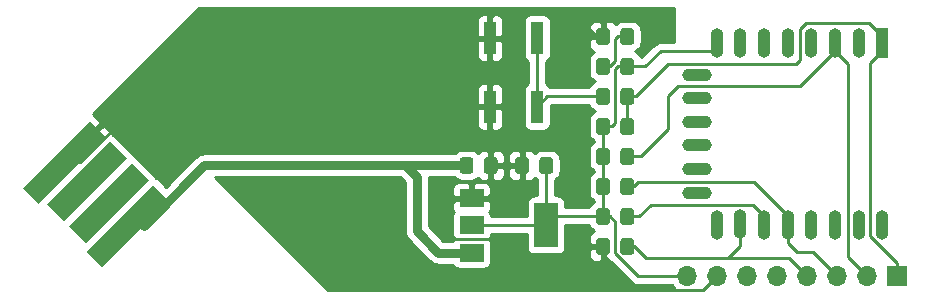
<source format=gbr>
G04 #@! TF.GenerationSoftware,KiCad,Pcbnew,(5.1.5)-3*
G04 #@! TF.CreationDate,2019-12-26T10:02:20-08:00*
G04 #@! TF.ProjectId,esp8266_bcard,65737038-3236-4365-9f62-636172642e6b,rev?*
G04 #@! TF.SameCoordinates,Original*
G04 #@! TF.FileFunction,Copper,L1,Top*
G04 #@! TF.FilePolarity,Positive*
%FSLAX46Y46*%
G04 Gerber Fmt 4.6, Leading zero omitted, Abs format (unit mm)*
G04 Created by KiCad (PCBNEW (5.1.5)-3) date 2019-12-26 10:02:20*
%MOMM*%
%LPD*%
G04 APERTURE LIST*
%ADD10O,2.500000X1.100000*%
%ADD11O,1.100000X2.500000*%
%ADD12R,1.100000X2.500000*%
%ADD13C,0.100000*%
%ADD14O,1.700000X1.700000*%
%ADD15R,1.700000X1.700000*%
%ADD16R,1.000000X2.800000*%
%ADD17R,2.000000X1.500000*%
%ADD18R,2.000000X3.800000*%
%ADD19C,0.762000*%
%ADD20C,0.254000*%
%ADD21C,0.250000*%
G04 APERTURE END LIST*
D10*
X160830000Y-122450000D03*
X160830000Y-120450000D03*
X160830000Y-118450000D03*
X160830000Y-116450000D03*
X160830000Y-114450000D03*
X160830000Y-112450000D03*
D11*
X176530000Y-125160000D03*
X174530000Y-125160000D03*
X172530000Y-125160000D03*
X170530000Y-125160000D03*
X168530000Y-125160000D03*
X166530000Y-125160000D03*
X164530000Y-125060000D03*
X162530000Y-125160000D03*
X162530000Y-109760000D03*
X164530000Y-109760000D03*
X166530000Y-109760000D03*
X168530000Y-109760000D03*
X170530000Y-109760000D03*
X172530000Y-109760000D03*
X174530000Y-109760000D03*
D12*
X176530000Y-109760000D03*
G04 #@! TA.AperFunction,SMDPad,CuDef*
D13*
G36*
X153239505Y-111061204D02*
G01*
X153263773Y-111064804D01*
X153287572Y-111070765D01*
X153310671Y-111079030D01*
X153332850Y-111089520D01*
X153353893Y-111102132D01*
X153373599Y-111116747D01*
X153391777Y-111133223D01*
X153408253Y-111151401D01*
X153422868Y-111171107D01*
X153435480Y-111192150D01*
X153445970Y-111214329D01*
X153454235Y-111237428D01*
X153460196Y-111261227D01*
X153463796Y-111285495D01*
X153465000Y-111309999D01*
X153465000Y-112210001D01*
X153463796Y-112234505D01*
X153460196Y-112258773D01*
X153454235Y-112282572D01*
X153445970Y-112305671D01*
X153435480Y-112327850D01*
X153422868Y-112348893D01*
X153408253Y-112368599D01*
X153391777Y-112386777D01*
X153373599Y-112403253D01*
X153353893Y-112417868D01*
X153332850Y-112430480D01*
X153310671Y-112440970D01*
X153287572Y-112449235D01*
X153263773Y-112455196D01*
X153239505Y-112458796D01*
X153215001Y-112460000D01*
X152564999Y-112460000D01*
X152540495Y-112458796D01*
X152516227Y-112455196D01*
X152492428Y-112449235D01*
X152469329Y-112440970D01*
X152447150Y-112430480D01*
X152426107Y-112417868D01*
X152406401Y-112403253D01*
X152388223Y-112386777D01*
X152371747Y-112368599D01*
X152357132Y-112348893D01*
X152344520Y-112327850D01*
X152334030Y-112305671D01*
X152325765Y-112282572D01*
X152319804Y-112258773D01*
X152316204Y-112234505D01*
X152315000Y-112210001D01*
X152315000Y-111309999D01*
X152316204Y-111285495D01*
X152319804Y-111261227D01*
X152325765Y-111237428D01*
X152334030Y-111214329D01*
X152344520Y-111192150D01*
X152357132Y-111171107D01*
X152371747Y-111151401D01*
X152388223Y-111133223D01*
X152406401Y-111116747D01*
X152426107Y-111102132D01*
X152447150Y-111089520D01*
X152469329Y-111079030D01*
X152492428Y-111070765D01*
X152516227Y-111064804D01*
X152540495Y-111061204D01*
X152564999Y-111060000D01*
X153215001Y-111060000D01*
X153239505Y-111061204D01*
G37*
G04 #@! TD.AperFunction*
G04 #@! TA.AperFunction,SMDPad,CuDef*
G36*
X155289505Y-111061204D02*
G01*
X155313773Y-111064804D01*
X155337572Y-111070765D01*
X155360671Y-111079030D01*
X155382850Y-111089520D01*
X155403893Y-111102132D01*
X155423599Y-111116747D01*
X155441777Y-111133223D01*
X155458253Y-111151401D01*
X155472868Y-111171107D01*
X155485480Y-111192150D01*
X155495970Y-111214329D01*
X155504235Y-111237428D01*
X155510196Y-111261227D01*
X155513796Y-111285495D01*
X155515000Y-111309999D01*
X155515000Y-112210001D01*
X155513796Y-112234505D01*
X155510196Y-112258773D01*
X155504235Y-112282572D01*
X155495970Y-112305671D01*
X155485480Y-112327850D01*
X155472868Y-112348893D01*
X155458253Y-112368599D01*
X155441777Y-112386777D01*
X155423599Y-112403253D01*
X155403893Y-112417868D01*
X155382850Y-112430480D01*
X155360671Y-112440970D01*
X155337572Y-112449235D01*
X155313773Y-112455196D01*
X155289505Y-112458796D01*
X155265001Y-112460000D01*
X154614999Y-112460000D01*
X154590495Y-112458796D01*
X154566227Y-112455196D01*
X154542428Y-112449235D01*
X154519329Y-112440970D01*
X154497150Y-112430480D01*
X154476107Y-112417868D01*
X154456401Y-112403253D01*
X154438223Y-112386777D01*
X154421747Y-112368599D01*
X154407132Y-112348893D01*
X154394520Y-112327850D01*
X154384030Y-112305671D01*
X154375765Y-112282572D01*
X154369804Y-112258773D01*
X154366204Y-112234505D01*
X154365000Y-112210001D01*
X154365000Y-111309999D01*
X154366204Y-111285495D01*
X154369804Y-111261227D01*
X154375765Y-111237428D01*
X154384030Y-111214329D01*
X154394520Y-111192150D01*
X154407132Y-111171107D01*
X154421747Y-111151401D01*
X154438223Y-111133223D01*
X154456401Y-111116747D01*
X154476107Y-111102132D01*
X154497150Y-111089520D01*
X154519329Y-111079030D01*
X154542428Y-111070765D01*
X154566227Y-111064804D01*
X154590495Y-111061204D01*
X154614999Y-111060000D01*
X155265001Y-111060000D01*
X155289505Y-111061204D01*
G37*
G04 #@! TD.AperFunction*
G04 #@! TA.AperFunction,SMDPad,CuDef*
G36*
X155289505Y-108521204D02*
G01*
X155313773Y-108524804D01*
X155337572Y-108530765D01*
X155360671Y-108539030D01*
X155382850Y-108549520D01*
X155403893Y-108562132D01*
X155423599Y-108576747D01*
X155441777Y-108593223D01*
X155458253Y-108611401D01*
X155472868Y-108631107D01*
X155485480Y-108652150D01*
X155495970Y-108674329D01*
X155504235Y-108697428D01*
X155510196Y-108721227D01*
X155513796Y-108745495D01*
X155515000Y-108769999D01*
X155515000Y-109670001D01*
X155513796Y-109694505D01*
X155510196Y-109718773D01*
X155504235Y-109742572D01*
X155495970Y-109765671D01*
X155485480Y-109787850D01*
X155472868Y-109808893D01*
X155458253Y-109828599D01*
X155441777Y-109846777D01*
X155423599Y-109863253D01*
X155403893Y-109877868D01*
X155382850Y-109890480D01*
X155360671Y-109900970D01*
X155337572Y-109909235D01*
X155313773Y-109915196D01*
X155289505Y-109918796D01*
X155265001Y-109920000D01*
X154614999Y-109920000D01*
X154590495Y-109918796D01*
X154566227Y-109915196D01*
X154542428Y-109909235D01*
X154519329Y-109900970D01*
X154497150Y-109890480D01*
X154476107Y-109877868D01*
X154456401Y-109863253D01*
X154438223Y-109846777D01*
X154421747Y-109828599D01*
X154407132Y-109808893D01*
X154394520Y-109787850D01*
X154384030Y-109765671D01*
X154375765Y-109742572D01*
X154369804Y-109718773D01*
X154366204Y-109694505D01*
X154365000Y-109670001D01*
X154365000Y-108769999D01*
X154366204Y-108745495D01*
X154369804Y-108721227D01*
X154375765Y-108697428D01*
X154384030Y-108674329D01*
X154394520Y-108652150D01*
X154407132Y-108631107D01*
X154421747Y-108611401D01*
X154438223Y-108593223D01*
X154456401Y-108576747D01*
X154476107Y-108562132D01*
X154497150Y-108549520D01*
X154519329Y-108539030D01*
X154542428Y-108530765D01*
X154566227Y-108524804D01*
X154590495Y-108521204D01*
X154614999Y-108520000D01*
X155265001Y-108520000D01*
X155289505Y-108521204D01*
G37*
G04 #@! TD.AperFunction*
G04 #@! TA.AperFunction,SMDPad,CuDef*
G36*
X153239505Y-108521204D02*
G01*
X153263773Y-108524804D01*
X153287572Y-108530765D01*
X153310671Y-108539030D01*
X153332850Y-108549520D01*
X153353893Y-108562132D01*
X153373599Y-108576747D01*
X153391777Y-108593223D01*
X153408253Y-108611401D01*
X153422868Y-108631107D01*
X153435480Y-108652150D01*
X153445970Y-108674329D01*
X153454235Y-108697428D01*
X153460196Y-108721227D01*
X153463796Y-108745495D01*
X153465000Y-108769999D01*
X153465000Y-109670001D01*
X153463796Y-109694505D01*
X153460196Y-109718773D01*
X153454235Y-109742572D01*
X153445970Y-109765671D01*
X153435480Y-109787850D01*
X153422868Y-109808893D01*
X153408253Y-109828599D01*
X153391777Y-109846777D01*
X153373599Y-109863253D01*
X153353893Y-109877868D01*
X153332850Y-109890480D01*
X153310671Y-109900970D01*
X153287572Y-109909235D01*
X153263773Y-109915196D01*
X153239505Y-109918796D01*
X153215001Y-109920000D01*
X152564999Y-109920000D01*
X152540495Y-109918796D01*
X152516227Y-109915196D01*
X152492428Y-109909235D01*
X152469329Y-109900970D01*
X152447150Y-109890480D01*
X152426107Y-109877868D01*
X152406401Y-109863253D01*
X152388223Y-109846777D01*
X152371747Y-109828599D01*
X152357132Y-109808893D01*
X152344520Y-109787850D01*
X152334030Y-109765671D01*
X152325765Y-109742572D01*
X152319804Y-109718773D01*
X152316204Y-109694505D01*
X152315000Y-109670001D01*
X152315000Y-108769999D01*
X152316204Y-108745495D01*
X152319804Y-108721227D01*
X152325765Y-108697428D01*
X152334030Y-108674329D01*
X152344520Y-108652150D01*
X152357132Y-108631107D01*
X152371747Y-108611401D01*
X152388223Y-108593223D01*
X152406401Y-108576747D01*
X152426107Y-108562132D01*
X152447150Y-108549520D01*
X152469329Y-108539030D01*
X152492428Y-108530765D01*
X152516227Y-108524804D01*
X152540495Y-108521204D01*
X152564999Y-108520000D01*
X153215001Y-108520000D01*
X153239505Y-108521204D01*
G37*
G04 #@! TD.AperFunction*
G04 #@! TA.AperFunction,SMDPad,CuDef*
G36*
X153239505Y-126301204D02*
G01*
X153263773Y-126304804D01*
X153287572Y-126310765D01*
X153310671Y-126319030D01*
X153332850Y-126329520D01*
X153353893Y-126342132D01*
X153373599Y-126356747D01*
X153391777Y-126373223D01*
X153408253Y-126391401D01*
X153422868Y-126411107D01*
X153435480Y-126432150D01*
X153445970Y-126454329D01*
X153454235Y-126477428D01*
X153460196Y-126501227D01*
X153463796Y-126525495D01*
X153465000Y-126549999D01*
X153465000Y-127450001D01*
X153463796Y-127474505D01*
X153460196Y-127498773D01*
X153454235Y-127522572D01*
X153445970Y-127545671D01*
X153435480Y-127567850D01*
X153422868Y-127588893D01*
X153408253Y-127608599D01*
X153391777Y-127626777D01*
X153373599Y-127643253D01*
X153353893Y-127657868D01*
X153332850Y-127670480D01*
X153310671Y-127680970D01*
X153287572Y-127689235D01*
X153263773Y-127695196D01*
X153239505Y-127698796D01*
X153215001Y-127700000D01*
X152564999Y-127700000D01*
X152540495Y-127698796D01*
X152516227Y-127695196D01*
X152492428Y-127689235D01*
X152469329Y-127680970D01*
X152447150Y-127670480D01*
X152426107Y-127657868D01*
X152406401Y-127643253D01*
X152388223Y-127626777D01*
X152371747Y-127608599D01*
X152357132Y-127588893D01*
X152344520Y-127567850D01*
X152334030Y-127545671D01*
X152325765Y-127522572D01*
X152319804Y-127498773D01*
X152316204Y-127474505D01*
X152315000Y-127450001D01*
X152315000Y-126549999D01*
X152316204Y-126525495D01*
X152319804Y-126501227D01*
X152325765Y-126477428D01*
X152334030Y-126454329D01*
X152344520Y-126432150D01*
X152357132Y-126411107D01*
X152371747Y-126391401D01*
X152388223Y-126373223D01*
X152406401Y-126356747D01*
X152426107Y-126342132D01*
X152447150Y-126329520D01*
X152469329Y-126319030D01*
X152492428Y-126310765D01*
X152516227Y-126304804D01*
X152540495Y-126301204D01*
X152564999Y-126300000D01*
X153215001Y-126300000D01*
X153239505Y-126301204D01*
G37*
G04 #@! TD.AperFunction*
G04 #@! TA.AperFunction,SMDPad,CuDef*
G36*
X155289505Y-126301204D02*
G01*
X155313773Y-126304804D01*
X155337572Y-126310765D01*
X155360671Y-126319030D01*
X155382850Y-126329520D01*
X155403893Y-126342132D01*
X155423599Y-126356747D01*
X155441777Y-126373223D01*
X155458253Y-126391401D01*
X155472868Y-126411107D01*
X155485480Y-126432150D01*
X155495970Y-126454329D01*
X155504235Y-126477428D01*
X155510196Y-126501227D01*
X155513796Y-126525495D01*
X155515000Y-126549999D01*
X155515000Y-127450001D01*
X155513796Y-127474505D01*
X155510196Y-127498773D01*
X155504235Y-127522572D01*
X155495970Y-127545671D01*
X155485480Y-127567850D01*
X155472868Y-127588893D01*
X155458253Y-127608599D01*
X155441777Y-127626777D01*
X155423599Y-127643253D01*
X155403893Y-127657868D01*
X155382850Y-127670480D01*
X155360671Y-127680970D01*
X155337572Y-127689235D01*
X155313773Y-127695196D01*
X155289505Y-127698796D01*
X155265001Y-127700000D01*
X154614999Y-127700000D01*
X154590495Y-127698796D01*
X154566227Y-127695196D01*
X154542428Y-127689235D01*
X154519329Y-127680970D01*
X154497150Y-127670480D01*
X154476107Y-127657868D01*
X154456401Y-127643253D01*
X154438223Y-127626777D01*
X154421747Y-127608599D01*
X154407132Y-127588893D01*
X154394520Y-127567850D01*
X154384030Y-127545671D01*
X154375765Y-127522572D01*
X154369804Y-127498773D01*
X154366204Y-127474505D01*
X154365000Y-127450001D01*
X154365000Y-126549999D01*
X154366204Y-126525495D01*
X154369804Y-126501227D01*
X154375765Y-126477428D01*
X154384030Y-126454329D01*
X154394520Y-126432150D01*
X154407132Y-126411107D01*
X154421747Y-126391401D01*
X154438223Y-126373223D01*
X154456401Y-126356747D01*
X154476107Y-126342132D01*
X154497150Y-126329520D01*
X154519329Y-126319030D01*
X154542428Y-126310765D01*
X154566227Y-126304804D01*
X154590495Y-126301204D01*
X154614999Y-126300000D01*
X155265001Y-126300000D01*
X155289505Y-126301204D01*
G37*
G04 #@! TD.AperFunction*
G04 #@! TA.AperFunction,SMDPad,CuDef*
G36*
X153239505Y-116141204D02*
G01*
X153263773Y-116144804D01*
X153287572Y-116150765D01*
X153310671Y-116159030D01*
X153332850Y-116169520D01*
X153353893Y-116182132D01*
X153373599Y-116196747D01*
X153391777Y-116213223D01*
X153408253Y-116231401D01*
X153422868Y-116251107D01*
X153435480Y-116272150D01*
X153445970Y-116294329D01*
X153454235Y-116317428D01*
X153460196Y-116341227D01*
X153463796Y-116365495D01*
X153465000Y-116389999D01*
X153465000Y-117290001D01*
X153463796Y-117314505D01*
X153460196Y-117338773D01*
X153454235Y-117362572D01*
X153445970Y-117385671D01*
X153435480Y-117407850D01*
X153422868Y-117428893D01*
X153408253Y-117448599D01*
X153391777Y-117466777D01*
X153373599Y-117483253D01*
X153353893Y-117497868D01*
X153332850Y-117510480D01*
X153310671Y-117520970D01*
X153287572Y-117529235D01*
X153263773Y-117535196D01*
X153239505Y-117538796D01*
X153215001Y-117540000D01*
X152564999Y-117540000D01*
X152540495Y-117538796D01*
X152516227Y-117535196D01*
X152492428Y-117529235D01*
X152469329Y-117520970D01*
X152447150Y-117510480D01*
X152426107Y-117497868D01*
X152406401Y-117483253D01*
X152388223Y-117466777D01*
X152371747Y-117448599D01*
X152357132Y-117428893D01*
X152344520Y-117407850D01*
X152334030Y-117385671D01*
X152325765Y-117362572D01*
X152319804Y-117338773D01*
X152316204Y-117314505D01*
X152315000Y-117290001D01*
X152315000Y-116389999D01*
X152316204Y-116365495D01*
X152319804Y-116341227D01*
X152325765Y-116317428D01*
X152334030Y-116294329D01*
X152344520Y-116272150D01*
X152357132Y-116251107D01*
X152371747Y-116231401D01*
X152388223Y-116213223D01*
X152406401Y-116196747D01*
X152426107Y-116182132D01*
X152447150Y-116169520D01*
X152469329Y-116159030D01*
X152492428Y-116150765D01*
X152516227Y-116144804D01*
X152540495Y-116141204D01*
X152564999Y-116140000D01*
X153215001Y-116140000D01*
X153239505Y-116141204D01*
G37*
G04 #@! TD.AperFunction*
G04 #@! TA.AperFunction,SMDPad,CuDef*
G36*
X155289505Y-116141204D02*
G01*
X155313773Y-116144804D01*
X155337572Y-116150765D01*
X155360671Y-116159030D01*
X155382850Y-116169520D01*
X155403893Y-116182132D01*
X155423599Y-116196747D01*
X155441777Y-116213223D01*
X155458253Y-116231401D01*
X155472868Y-116251107D01*
X155485480Y-116272150D01*
X155495970Y-116294329D01*
X155504235Y-116317428D01*
X155510196Y-116341227D01*
X155513796Y-116365495D01*
X155515000Y-116389999D01*
X155515000Y-117290001D01*
X155513796Y-117314505D01*
X155510196Y-117338773D01*
X155504235Y-117362572D01*
X155495970Y-117385671D01*
X155485480Y-117407850D01*
X155472868Y-117428893D01*
X155458253Y-117448599D01*
X155441777Y-117466777D01*
X155423599Y-117483253D01*
X155403893Y-117497868D01*
X155382850Y-117510480D01*
X155360671Y-117520970D01*
X155337572Y-117529235D01*
X155313773Y-117535196D01*
X155289505Y-117538796D01*
X155265001Y-117540000D01*
X154614999Y-117540000D01*
X154590495Y-117538796D01*
X154566227Y-117535196D01*
X154542428Y-117529235D01*
X154519329Y-117520970D01*
X154497150Y-117510480D01*
X154476107Y-117497868D01*
X154456401Y-117483253D01*
X154438223Y-117466777D01*
X154421747Y-117448599D01*
X154407132Y-117428893D01*
X154394520Y-117407850D01*
X154384030Y-117385671D01*
X154375765Y-117362572D01*
X154369804Y-117338773D01*
X154366204Y-117314505D01*
X154365000Y-117290001D01*
X154365000Y-116389999D01*
X154366204Y-116365495D01*
X154369804Y-116341227D01*
X154375765Y-116317428D01*
X154384030Y-116294329D01*
X154394520Y-116272150D01*
X154407132Y-116251107D01*
X154421747Y-116231401D01*
X154438223Y-116213223D01*
X154456401Y-116196747D01*
X154476107Y-116182132D01*
X154497150Y-116169520D01*
X154519329Y-116159030D01*
X154542428Y-116150765D01*
X154566227Y-116144804D01*
X154590495Y-116141204D01*
X154614999Y-116140000D01*
X155265001Y-116140000D01*
X155289505Y-116141204D01*
G37*
G04 #@! TD.AperFunction*
G04 #@! TA.AperFunction,SMDPad,CuDef*
G36*
X153239505Y-123761204D02*
G01*
X153263773Y-123764804D01*
X153287572Y-123770765D01*
X153310671Y-123779030D01*
X153332850Y-123789520D01*
X153353893Y-123802132D01*
X153373599Y-123816747D01*
X153391777Y-123833223D01*
X153408253Y-123851401D01*
X153422868Y-123871107D01*
X153435480Y-123892150D01*
X153445970Y-123914329D01*
X153454235Y-123937428D01*
X153460196Y-123961227D01*
X153463796Y-123985495D01*
X153465000Y-124009999D01*
X153465000Y-124910001D01*
X153463796Y-124934505D01*
X153460196Y-124958773D01*
X153454235Y-124982572D01*
X153445970Y-125005671D01*
X153435480Y-125027850D01*
X153422868Y-125048893D01*
X153408253Y-125068599D01*
X153391777Y-125086777D01*
X153373599Y-125103253D01*
X153353893Y-125117868D01*
X153332850Y-125130480D01*
X153310671Y-125140970D01*
X153287572Y-125149235D01*
X153263773Y-125155196D01*
X153239505Y-125158796D01*
X153215001Y-125160000D01*
X152564999Y-125160000D01*
X152540495Y-125158796D01*
X152516227Y-125155196D01*
X152492428Y-125149235D01*
X152469329Y-125140970D01*
X152447150Y-125130480D01*
X152426107Y-125117868D01*
X152406401Y-125103253D01*
X152388223Y-125086777D01*
X152371747Y-125068599D01*
X152357132Y-125048893D01*
X152344520Y-125027850D01*
X152334030Y-125005671D01*
X152325765Y-124982572D01*
X152319804Y-124958773D01*
X152316204Y-124934505D01*
X152315000Y-124910001D01*
X152315000Y-124009999D01*
X152316204Y-123985495D01*
X152319804Y-123961227D01*
X152325765Y-123937428D01*
X152334030Y-123914329D01*
X152344520Y-123892150D01*
X152357132Y-123871107D01*
X152371747Y-123851401D01*
X152388223Y-123833223D01*
X152406401Y-123816747D01*
X152426107Y-123802132D01*
X152447150Y-123789520D01*
X152469329Y-123779030D01*
X152492428Y-123770765D01*
X152516227Y-123764804D01*
X152540495Y-123761204D01*
X152564999Y-123760000D01*
X153215001Y-123760000D01*
X153239505Y-123761204D01*
G37*
G04 #@! TD.AperFunction*
G04 #@! TA.AperFunction,SMDPad,CuDef*
G36*
X155289505Y-123761204D02*
G01*
X155313773Y-123764804D01*
X155337572Y-123770765D01*
X155360671Y-123779030D01*
X155382850Y-123789520D01*
X155403893Y-123802132D01*
X155423599Y-123816747D01*
X155441777Y-123833223D01*
X155458253Y-123851401D01*
X155472868Y-123871107D01*
X155485480Y-123892150D01*
X155495970Y-123914329D01*
X155504235Y-123937428D01*
X155510196Y-123961227D01*
X155513796Y-123985495D01*
X155515000Y-124009999D01*
X155515000Y-124910001D01*
X155513796Y-124934505D01*
X155510196Y-124958773D01*
X155504235Y-124982572D01*
X155495970Y-125005671D01*
X155485480Y-125027850D01*
X155472868Y-125048893D01*
X155458253Y-125068599D01*
X155441777Y-125086777D01*
X155423599Y-125103253D01*
X155403893Y-125117868D01*
X155382850Y-125130480D01*
X155360671Y-125140970D01*
X155337572Y-125149235D01*
X155313773Y-125155196D01*
X155289505Y-125158796D01*
X155265001Y-125160000D01*
X154614999Y-125160000D01*
X154590495Y-125158796D01*
X154566227Y-125155196D01*
X154542428Y-125149235D01*
X154519329Y-125140970D01*
X154497150Y-125130480D01*
X154476107Y-125117868D01*
X154456401Y-125103253D01*
X154438223Y-125086777D01*
X154421747Y-125068599D01*
X154407132Y-125048893D01*
X154394520Y-125027850D01*
X154384030Y-125005671D01*
X154375765Y-124982572D01*
X154369804Y-124958773D01*
X154366204Y-124934505D01*
X154365000Y-124910001D01*
X154365000Y-124009999D01*
X154366204Y-123985495D01*
X154369804Y-123961227D01*
X154375765Y-123937428D01*
X154384030Y-123914329D01*
X154394520Y-123892150D01*
X154407132Y-123871107D01*
X154421747Y-123851401D01*
X154438223Y-123833223D01*
X154456401Y-123816747D01*
X154476107Y-123802132D01*
X154497150Y-123789520D01*
X154519329Y-123779030D01*
X154542428Y-123770765D01*
X154566227Y-123764804D01*
X154590495Y-123761204D01*
X154614999Y-123760000D01*
X155265001Y-123760000D01*
X155289505Y-123761204D01*
G37*
G04 #@! TD.AperFunction*
G04 #@! TA.AperFunction,SMDPad,CuDef*
G36*
X153239505Y-118681204D02*
G01*
X153263773Y-118684804D01*
X153287572Y-118690765D01*
X153310671Y-118699030D01*
X153332850Y-118709520D01*
X153353893Y-118722132D01*
X153373599Y-118736747D01*
X153391777Y-118753223D01*
X153408253Y-118771401D01*
X153422868Y-118791107D01*
X153435480Y-118812150D01*
X153445970Y-118834329D01*
X153454235Y-118857428D01*
X153460196Y-118881227D01*
X153463796Y-118905495D01*
X153465000Y-118929999D01*
X153465000Y-119830001D01*
X153463796Y-119854505D01*
X153460196Y-119878773D01*
X153454235Y-119902572D01*
X153445970Y-119925671D01*
X153435480Y-119947850D01*
X153422868Y-119968893D01*
X153408253Y-119988599D01*
X153391777Y-120006777D01*
X153373599Y-120023253D01*
X153353893Y-120037868D01*
X153332850Y-120050480D01*
X153310671Y-120060970D01*
X153287572Y-120069235D01*
X153263773Y-120075196D01*
X153239505Y-120078796D01*
X153215001Y-120080000D01*
X152564999Y-120080000D01*
X152540495Y-120078796D01*
X152516227Y-120075196D01*
X152492428Y-120069235D01*
X152469329Y-120060970D01*
X152447150Y-120050480D01*
X152426107Y-120037868D01*
X152406401Y-120023253D01*
X152388223Y-120006777D01*
X152371747Y-119988599D01*
X152357132Y-119968893D01*
X152344520Y-119947850D01*
X152334030Y-119925671D01*
X152325765Y-119902572D01*
X152319804Y-119878773D01*
X152316204Y-119854505D01*
X152315000Y-119830001D01*
X152315000Y-118929999D01*
X152316204Y-118905495D01*
X152319804Y-118881227D01*
X152325765Y-118857428D01*
X152334030Y-118834329D01*
X152344520Y-118812150D01*
X152357132Y-118791107D01*
X152371747Y-118771401D01*
X152388223Y-118753223D01*
X152406401Y-118736747D01*
X152426107Y-118722132D01*
X152447150Y-118709520D01*
X152469329Y-118699030D01*
X152492428Y-118690765D01*
X152516227Y-118684804D01*
X152540495Y-118681204D01*
X152564999Y-118680000D01*
X153215001Y-118680000D01*
X153239505Y-118681204D01*
G37*
G04 #@! TD.AperFunction*
G04 #@! TA.AperFunction,SMDPad,CuDef*
G36*
X155289505Y-118681204D02*
G01*
X155313773Y-118684804D01*
X155337572Y-118690765D01*
X155360671Y-118699030D01*
X155382850Y-118709520D01*
X155403893Y-118722132D01*
X155423599Y-118736747D01*
X155441777Y-118753223D01*
X155458253Y-118771401D01*
X155472868Y-118791107D01*
X155485480Y-118812150D01*
X155495970Y-118834329D01*
X155504235Y-118857428D01*
X155510196Y-118881227D01*
X155513796Y-118905495D01*
X155515000Y-118929999D01*
X155515000Y-119830001D01*
X155513796Y-119854505D01*
X155510196Y-119878773D01*
X155504235Y-119902572D01*
X155495970Y-119925671D01*
X155485480Y-119947850D01*
X155472868Y-119968893D01*
X155458253Y-119988599D01*
X155441777Y-120006777D01*
X155423599Y-120023253D01*
X155403893Y-120037868D01*
X155382850Y-120050480D01*
X155360671Y-120060970D01*
X155337572Y-120069235D01*
X155313773Y-120075196D01*
X155289505Y-120078796D01*
X155265001Y-120080000D01*
X154614999Y-120080000D01*
X154590495Y-120078796D01*
X154566227Y-120075196D01*
X154542428Y-120069235D01*
X154519329Y-120060970D01*
X154497150Y-120050480D01*
X154476107Y-120037868D01*
X154456401Y-120023253D01*
X154438223Y-120006777D01*
X154421747Y-119988599D01*
X154407132Y-119968893D01*
X154394520Y-119947850D01*
X154384030Y-119925671D01*
X154375765Y-119902572D01*
X154369804Y-119878773D01*
X154366204Y-119854505D01*
X154365000Y-119830001D01*
X154365000Y-118929999D01*
X154366204Y-118905495D01*
X154369804Y-118881227D01*
X154375765Y-118857428D01*
X154384030Y-118834329D01*
X154394520Y-118812150D01*
X154407132Y-118791107D01*
X154421747Y-118771401D01*
X154438223Y-118753223D01*
X154456401Y-118736747D01*
X154476107Y-118722132D01*
X154497150Y-118709520D01*
X154519329Y-118699030D01*
X154542428Y-118690765D01*
X154566227Y-118684804D01*
X154590495Y-118681204D01*
X154614999Y-118680000D01*
X155265001Y-118680000D01*
X155289505Y-118681204D01*
G37*
G04 #@! TD.AperFunction*
G04 #@! TA.AperFunction,SMDPad,CuDef*
G36*
X153239505Y-121221204D02*
G01*
X153263773Y-121224804D01*
X153287572Y-121230765D01*
X153310671Y-121239030D01*
X153332850Y-121249520D01*
X153353893Y-121262132D01*
X153373599Y-121276747D01*
X153391777Y-121293223D01*
X153408253Y-121311401D01*
X153422868Y-121331107D01*
X153435480Y-121352150D01*
X153445970Y-121374329D01*
X153454235Y-121397428D01*
X153460196Y-121421227D01*
X153463796Y-121445495D01*
X153465000Y-121469999D01*
X153465000Y-122370001D01*
X153463796Y-122394505D01*
X153460196Y-122418773D01*
X153454235Y-122442572D01*
X153445970Y-122465671D01*
X153435480Y-122487850D01*
X153422868Y-122508893D01*
X153408253Y-122528599D01*
X153391777Y-122546777D01*
X153373599Y-122563253D01*
X153353893Y-122577868D01*
X153332850Y-122590480D01*
X153310671Y-122600970D01*
X153287572Y-122609235D01*
X153263773Y-122615196D01*
X153239505Y-122618796D01*
X153215001Y-122620000D01*
X152564999Y-122620000D01*
X152540495Y-122618796D01*
X152516227Y-122615196D01*
X152492428Y-122609235D01*
X152469329Y-122600970D01*
X152447150Y-122590480D01*
X152426107Y-122577868D01*
X152406401Y-122563253D01*
X152388223Y-122546777D01*
X152371747Y-122528599D01*
X152357132Y-122508893D01*
X152344520Y-122487850D01*
X152334030Y-122465671D01*
X152325765Y-122442572D01*
X152319804Y-122418773D01*
X152316204Y-122394505D01*
X152315000Y-122370001D01*
X152315000Y-121469999D01*
X152316204Y-121445495D01*
X152319804Y-121421227D01*
X152325765Y-121397428D01*
X152334030Y-121374329D01*
X152344520Y-121352150D01*
X152357132Y-121331107D01*
X152371747Y-121311401D01*
X152388223Y-121293223D01*
X152406401Y-121276747D01*
X152426107Y-121262132D01*
X152447150Y-121249520D01*
X152469329Y-121239030D01*
X152492428Y-121230765D01*
X152516227Y-121224804D01*
X152540495Y-121221204D01*
X152564999Y-121220000D01*
X153215001Y-121220000D01*
X153239505Y-121221204D01*
G37*
G04 #@! TD.AperFunction*
G04 #@! TA.AperFunction,SMDPad,CuDef*
G36*
X155289505Y-121221204D02*
G01*
X155313773Y-121224804D01*
X155337572Y-121230765D01*
X155360671Y-121239030D01*
X155382850Y-121249520D01*
X155403893Y-121262132D01*
X155423599Y-121276747D01*
X155441777Y-121293223D01*
X155458253Y-121311401D01*
X155472868Y-121331107D01*
X155485480Y-121352150D01*
X155495970Y-121374329D01*
X155504235Y-121397428D01*
X155510196Y-121421227D01*
X155513796Y-121445495D01*
X155515000Y-121469999D01*
X155515000Y-122370001D01*
X155513796Y-122394505D01*
X155510196Y-122418773D01*
X155504235Y-122442572D01*
X155495970Y-122465671D01*
X155485480Y-122487850D01*
X155472868Y-122508893D01*
X155458253Y-122528599D01*
X155441777Y-122546777D01*
X155423599Y-122563253D01*
X155403893Y-122577868D01*
X155382850Y-122590480D01*
X155360671Y-122600970D01*
X155337572Y-122609235D01*
X155313773Y-122615196D01*
X155289505Y-122618796D01*
X155265001Y-122620000D01*
X154614999Y-122620000D01*
X154590495Y-122618796D01*
X154566227Y-122615196D01*
X154542428Y-122609235D01*
X154519329Y-122600970D01*
X154497150Y-122590480D01*
X154476107Y-122577868D01*
X154456401Y-122563253D01*
X154438223Y-122546777D01*
X154421747Y-122528599D01*
X154407132Y-122508893D01*
X154394520Y-122487850D01*
X154384030Y-122465671D01*
X154375765Y-122442572D01*
X154369804Y-122418773D01*
X154366204Y-122394505D01*
X154365000Y-122370001D01*
X154365000Y-121469999D01*
X154366204Y-121445495D01*
X154369804Y-121421227D01*
X154375765Y-121397428D01*
X154384030Y-121374329D01*
X154394520Y-121352150D01*
X154407132Y-121331107D01*
X154421747Y-121311401D01*
X154438223Y-121293223D01*
X154456401Y-121276747D01*
X154476107Y-121262132D01*
X154497150Y-121249520D01*
X154519329Y-121239030D01*
X154542428Y-121230765D01*
X154566227Y-121224804D01*
X154590495Y-121221204D01*
X154614999Y-121220000D01*
X155265001Y-121220000D01*
X155289505Y-121221204D01*
G37*
G04 #@! TD.AperFunction*
D14*
X160020000Y-129540000D03*
X162560000Y-129540000D03*
X165100000Y-129540000D03*
X167640000Y-129540000D03*
X170180000Y-129540000D03*
X172720000Y-129540000D03*
X175260000Y-129540000D03*
D15*
X177800000Y-129540000D03*
D16*
X143320000Y-115168000D03*
X143320000Y-109368000D03*
X147320000Y-115168000D03*
X147320000Y-109368000D03*
G04 #@! TA.AperFunction,SMDPad,CuDef*
D13*
G36*
X153239505Y-113601204D02*
G01*
X153263773Y-113604804D01*
X153287572Y-113610765D01*
X153310671Y-113619030D01*
X153332850Y-113629520D01*
X153353893Y-113642132D01*
X153373599Y-113656747D01*
X153391777Y-113673223D01*
X153408253Y-113691401D01*
X153422868Y-113711107D01*
X153435480Y-113732150D01*
X153445970Y-113754329D01*
X153454235Y-113777428D01*
X153460196Y-113801227D01*
X153463796Y-113825495D01*
X153465000Y-113849999D01*
X153465000Y-114750001D01*
X153463796Y-114774505D01*
X153460196Y-114798773D01*
X153454235Y-114822572D01*
X153445970Y-114845671D01*
X153435480Y-114867850D01*
X153422868Y-114888893D01*
X153408253Y-114908599D01*
X153391777Y-114926777D01*
X153373599Y-114943253D01*
X153353893Y-114957868D01*
X153332850Y-114970480D01*
X153310671Y-114980970D01*
X153287572Y-114989235D01*
X153263773Y-114995196D01*
X153239505Y-114998796D01*
X153215001Y-115000000D01*
X152564999Y-115000000D01*
X152540495Y-114998796D01*
X152516227Y-114995196D01*
X152492428Y-114989235D01*
X152469329Y-114980970D01*
X152447150Y-114970480D01*
X152426107Y-114957868D01*
X152406401Y-114943253D01*
X152388223Y-114926777D01*
X152371747Y-114908599D01*
X152357132Y-114888893D01*
X152344520Y-114867850D01*
X152334030Y-114845671D01*
X152325765Y-114822572D01*
X152319804Y-114798773D01*
X152316204Y-114774505D01*
X152315000Y-114750001D01*
X152315000Y-113849999D01*
X152316204Y-113825495D01*
X152319804Y-113801227D01*
X152325765Y-113777428D01*
X152334030Y-113754329D01*
X152344520Y-113732150D01*
X152357132Y-113711107D01*
X152371747Y-113691401D01*
X152388223Y-113673223D01*
X152406401Y-113656747D01*
X152426107Y-113642132D01*
X152447150Y-113629520D01*
X152469329Y-113619030D01*
X152492428Y-113610765D01*
X152516227Y-113604804D01*
X152540495Y-113601204D01*
X152564999Y-113600000D01*
X153215001Y-113600000D01*
X153239505Y-113601204D01*
G37*
G04 #@! TD.AperFunction*
G04 #@! TA.AperFunction,SMDPad,CuDef*
G36*
X155289505Y-113601204D02*
G01*
X155313773Y-113604804D01*
X155337572Y-113610765D01*
X155360671Y-113619030D01*
X155382850Y-113629520D01*
X155403893Y-113642132D01*
X155423599Y-113656747D01*
X155441777Y-113673223D01*
X155458253Y-113691401D01*
X155472868Y-113711107D01*
X155485480Y-113732150D01*
X155495970Y-113754329D01*
X155504235Y-113777428D01*
X155510196Y-113801227D01*
X155513796Y-113825495D01*
X155515000Y-113849999D01*
X155515000Y-114750001D01*
X155513796Y-114774505D01*
X155510196Y-114798773D01*
X155504235Y-114822572D01*
X155495970Y-114845671D01*
X155485480Y-114867850D01*
X155472868Y-114888893D01*
X155458253Y-114908599D01*
X155441777Y-114926777D01*
X155423599Y-114943253D01*
X155403893Y-114957868D01*
X155382850Y-114970480D01*
X155360671Y-114980970D01*
X155337572Y-114989235D01*
X155313773Y-114995196D01*
X155289505Y-114998796D01*
X155265001Y-115000000D01*
X154614999Y-115000000D01*
X154590495Y-114998796D01*
X154566227Y-114995196D01*
X154542428Y-114989235D01*
X154519329Y-114980970D01*
X154497150Y-114970480D01*
X154476107Y-114957868D01*
X154456401Y-114943253D01*
X154438223Y-114926777D01*
X154421747Y-114908599D01*
X154407132Y-114888893D01*
X154394520Y-114867850D01*
X154384030Y-114845671D01*
X154375765Y-114822572D01*
X154369804Y-114798773D01*
X154366204Y-114774505D01*
X154365000Y-114750001D01*
X154365000Y-113849999D01*
X154366204Y-113825495D01*
X154369804Y-113801227D01*
X154375765Y-113777428D01*
X154384030Y-113754329D01*
X154394520Y-113732150D01*
X154407132Y-113711107D01*
X154421747Y-113691401D01*
X154438223Y-113673223D01*
X154456401Y-113656747D01*
X154476107Y-113642132D01*
X154497150Y-113629520D01*
X154519329Y-113619030D01*
X154542428Y-113610765D01*
X154566227Y-113604804D01*
X154590495Y-113601204D01*
X154614999Y-113600000D01*
X155265001Y-113600000D01*
X155289505Y-113601204D01*
G37*
G04 #@! TD.AperFunction*
G04 #@! TA.AperFunction,SMDPad,CuDef*
G36*
X146381505Y-119443204D02*
G01*
X146405773Y-119446804D01*
X146429572Y-119452765D01*
X146452671Y-119461030D01*
X146474850Y-119471520D01*
X146495893Y-119484132D01*
X146515599Y-119498747D01*
X146533777Y-119515223D01*
X146550253Y-119533401D01*
X146564868Y-119553107D01*
X146577480Y-119574150D01*
X146587970Y-119596329D01*
X146596235Y-119619428D01*
X146602196Y-119643227D01*
X146605796Y-119667495D01*
X146607000Y-119691999D01*
X146607000Y-120592001D01*
X146605796Y-120616505D01*
X146602196Y-120640773D01*
X146596235Y-120664572D01*
X146587970Y-120687671D01*
X146577480Y-120709850D01*
X146564868Y-120730893D01*
X146550253Y-120750599D01*
X146533777Y-120768777D01*
X146515599Y-120785253D01*
X146495893Y-120799868D01*
X146474850Y-120812480D01*
X146452671Y-120822970D01*
X146429572Y-120831235D01*
X146405773Y-120837196D01*
X146381505Y-120840796D01*
X146357001Y-120842000D01*
X145706999Y-120842000D01*
X145682495Y-120840796D01*
X145658227Y-120837196D01*
X145634428Y-120831235D01*
X145611329Y-120822970D01*
X145589150Y-120812480D01*
X145568107Y-120799868D01*
X145548401Y-120785253D01*
X145530223Y-120768777D01*
X145513747Y-120750599D01*
X145499132Y-120730893D01*
X145486520Y-120709850D01*
X145476030Y-120687671D01*
X145467765Y-120664572D01*
X145461804Y-120640773D01*
X145458204Y-120616505D01*
X145457000Y-120592001D01*
X145457000Y-119691999D01*
X145458204Y-119667495D01*
X145461804Y-119643227D01*
X145467765Y-119619428D01*
X145476030Y-119596329D01*
X145486520Y-119574150D01*
X145499132Y-119553107D01*
X145513747Y-119533401D01*
X145530223Y-119515223D01*
X145548401Y-119498747D01*
X145568107Y-119484132D01*
X145589150Y-119471520D01*
X145611329Y-119461030D01*
X145634428Y-119452765D01*
X145658227Y-119446804D01*
X145682495Y-119443204D01*
X145706999Y-119442000D01*
X146357001Y-119442000D01*
X146381505Y-119443204D01*
G37*
G04 #@! TD.AperFunction*
G04 #@! TA.AperFunction,SMDPad,CuDef*
G36*
X148431505Y-119443204D02*
G01*
X148455773Y-119446804D01*
X148479572Y-119452765D01*
X148502671Y-119461030D01*
X148524850Y-119471520D01*
X148545893Y-119484132D01*
X148565599Y-119498747D01*
X148583777Y-119515223D01*
X148600253Y-119533401D01*
X148614868Y-119553107D01*
X148627480Y-119574150D01*
X148637970Y-119596329D01*
X148646235Y-119619428D01*
X148652196Y-119643227D01*
X148655796Y-119667495D01*
X148657000Y-119691999D01*
X148657000Y-120592001D01*
X148655796Y-120616505D01*
X148652196Y-120640773D01*
X148646235Y-120664572D01*
X148637970Y-120687671D01*
X148627480Y-120709850D01*
X148614868Y-120730893D01*
X148600253Y-120750599D01*
X148583777Y-120768777D01*
X148565599Y-120785253D01*
X148545893Y-120799868D01*
X148524850Y-120812480D01*
X148502671Y-120822970D01*
X148479572Y-120831235D01*
X148455773Y-120837196D01*
X148431505Y-120840796D01*
X148407001Y-120842000D01*
X147756999Y-120842000D01*
X147732495Y-120840796D01*
X147708227Y-120837196D01*
X147684428Y-120831235D01*
X147661329Y-120822970D01*
X147639150Y-120812480D01*
X147618107Y-120799868D01*
X147598401Y-120785253D01*
X147580223Y-120768777D01*
X147563747Y-120750599D01*
X147549132Y-120730893D01*
X147536520Y-120709850D01*
X147526030Y-120687671D01*
X147517765Y-120664572D01*
X147511804Y-120640773D01*
X147508204Y-120616505D01*
X147507000Y-120592001D01*
X147507000Y-119691999D01*
X147508204Y-119667495D01*
X147511804Y-119643227D01*
X147517765Y-119619428D01*
X147526030Y-119596329D01*
X147536520Y-119574150D01*
X147549132Y-119553107D01*
X147563747Y-119533401D01*
X147580223Y-119515223D01*
X147598401Y-119498747D01*
X147618107Y-119484132D01*
X147639150Y-119471520D01*
X147661329Y-119461030D01*
X147684428Y-119452765D01*
X147708227Y-119446804D01*
X147732495Y-119443204D01*
X147756999Y-119442000D01*
X148407001Y-119442000D01*
X148431505Y-119443204D01*
G37*
G04 #@! TD.AperFunction*
G04 #@! TA.AperFunction,SMDPad,CuDef*
G36*
X143732505Y-119443204D02*
G01*
X143756773Y-119446804D01*
X143780572Y-119452765D01*
X143803671Y-119461030D01*
X143825850Y-119471520D01*
X143846893Y-119484132D01*
X143866599Y-119498747D01*
X143884777Y-119515223D01*
X143901253Y-119533401D01*
X143915868Y-119553107D01*
X143928480Y-119574150D01*
X143938970Y-119596329D01*
X143947235Y-119619428D01*
X143953196Y-119643227D01*
X143956796Y-119667495D01*
X143958000Y-119691999D01*
X143958000Y-120592001D01*
X143956796Y-120616505D01*
X143953196Y-120640773D01*
X143947235Y-120664572D01*
X143938970Y-120687671D01*
X143928480Y-120709850D01*
X143915868Y-120730893D01*
X143901253Y-120750599D01*
X143884777Y-120768777D01*
X143866599Y-120785253D01*
X143846893Y-120799868D01*
X143825850Y-120812480D01*
X143803671Y-120822970D01*
X143780572Y-120831235D01*
X143756773Y-120837196D01*
X143732505Y-120840796D01*
X143708001Y-120842000D01*
X143057999Y-120842000D01*
X143033495Y-120840796D01*
X143009227Y-120837196D01*
X142985428Y-120831235D01*
X142962329Y-120822970D01*
X142940150Y-120812480D01*
X142919107Y-120799868D01*
X142899401Y-120785253D01*
X142881223Y-120768777D01*
X142864747Y-120750599D01*
X142850132Y-120730893D01*
X142837520Y-120709850D01*
X142827030Y-120687671D01*
X142818765Y-120664572D01*
X142812804Y-120640773D01*
X142809204Y-120616505D01*
X142808000Y-120592001D01*
X142808000Y-119691999D01*
X142809204Y-119667495D01*
X142812804Y-119643227D01*
X142818765Y-119619428D01*
X142827030Y-119596329D01*
X142837520Y-119574150D01*
X142850132Y-119553107D01*
X142864747Y-119533401D01*
X142881223Y-119515223D01*
X142899401Y-119498747D01*
X142919107Y-119484132D01*
X142940150Y-119471520D01*
X142962329Y-119461030D01*
X142985428Y-119452765D01*
X143009227Y-119446804D01*
X143033495Y-119443204D01*
X143057999Y-119442000D01*
X143708001Y-119442000D01*
X143732505Y-119443204D01*
G37*
G04 #@! TD.AperFunction*
G04 #@! TA.AperFunction,SMDPad,CuDef*
G36*
X141682505Y-119443204D02*
G01*
X141706773Y-119446804D01*
X141730572Y-119452765D01*
X141753671Y-119461030D01*
X141775850Y-119471520D01*
X141796893Y-119484132D01*
X141816599Y-119498747D01*
X141834777Y-119515223D01*
X141851253Y-119533401D01*
X141865868Y-119553107D01*
X141878480Y-119574150D01*
X141888970Y-119596329D01*
X141897235Y-119619428D01*
X141903196Y-119643227D01*
X141906796Y-119667495D01*
X141908000Y-119691999D01*
X141908000Y-120592001D01*
X141906796Y-120616505D01*
X141903196Y-120640773D01*
X141897235Y-120664572D01*
X141888970Y-120687671D01*
X141878480Y-120709850D01*
X141865868Y-120730893D01*
X141851253Y-120750599D01*
X141834777Y-120768777D01*
X141816599Y-120785253D01*
X141796893Y-120799868D01*
X141775850Y-120812480D01*
X141753671Y-120822970D01*
X141730572Y-120831235D01*
X141706773Y-120837196D01*
X141682505Y-120840796D01*
X141658001Y-120842000D01*
X141007999Y-120842000D01*
X140983495Y-120840796D01*
X140959227Y-120837196D01*
X140935428Y-120831235D01*
X140912329Y-120822970D01*
X140890150Y-120812480D01*
X140869107Y-120799868D01*
X140849401Y-120785253D01*
X140831223Y-120768777D01*
X140814747Y-120750599D01*
X140800132Y-120730893D01*
X140787520Y-120709850D01*
X140777030Y-120687671D01*
X140768765Y-120664572D01*
X140762804Y-120640773D01*
X140759204Y-120616505D01*
X140758000Y-120592001D01*
X140758000Y-119691999D01*
X140759204Y-119667495D01*
X140762804Y-119643227D01*
X140768765Y-119619428D01*
X140777030Y-119596329D01*
X140787520Y-119574150D01*
X140800132Y-119553107D01*
X140814747Y-119533401D01*
X140831223Y-119515223D01*
X140849401Y-119498747D01*
X140869107Y-119484132D01*
X140890150Y-119471520D01*
X140912329Y-119461030D01*
X140935428Y-119452765D01*
X140959227Y-119446804D01*
X140983495Y-119443204D01*
X141007999Y-119442000D01*
X141658001Y-119442000D01*
X141682505Y-119443204D01*
G37*
G04 #@! TD.AperFunction*
D17*
X141757000Y-122922000D03*
X141757000Y-127522000D03*
X141757000Y-125222000D03*
D18*
X148057000Y-125222000D03*
G04 #@! TA.AperFunction,ConnectorPad*
D13*
G36*
X107691582Y-125269683D02*
G01*
X112994883Y-119966382D01*
X114409096Y-121380595D01*
X109105795Y-126683896D01*
X107691582Y-125269683D01*
G37*
G04 #@! TD.AperFunction*
G04 #@! TA.AperFunction,ConnectorPad*
G36*
X105853104Y-123431205D02*
G01*
X111156405Y-118127904D01*
X112570618Y-119542117D01*
X107267317Y-124845418D01*
X105853104Y-123431205D01*
G37*
G04 #@! TD.AperFunction*
G04 #@! TA.AperFunction,ConnectorPad*
G36*
X103760067Y-122045276D02*
G01*
X109416922Y-116388421D01*
X110760425Y-117731924D01*
X105103570Y-123388779D01*
X103760067Y-122045276D01*
G37*
G04 #@! TD.AperFunction*
G04 #@! TA.AperFunction,ConnectorPad*
G36*
X109148221Y-127433430D02*
G01*
X114805076Y-121776575D01*
X116148579Y-123120078D01*
X110491724Y-128776933D01*
X109148221Y-127433430D01*
G37*
G04 #@! TD.AperFunction*
D19*
X141757000Y-127522000D02*
X138952000Y-127522000D01*
X138952000Y-127522000D02*
X137160000Y-125730000D01*
X137160000Y-121158000D02*
X136144000Y-120142000D01*
X137160000Y-125730000D02*
X137160000Y-121158000D01*
X141333000Y-120142000D02*
X136144000Y-120142000D01*
D20*
X112648400Y-125276754D02*
X113991903Y-125276754D01*
D19*
X119126657Y-120142000D02*
X113991903Y-125276754D01*
X136144000Y-120142000D02*
X119126657Y-120142000D01*
D20*
X152890000Y-124460000D02*
X152890000Y-121920000D01*
X152890000Y-121920000D02*
X152890000Y-119380000D01*
X152890000Y-118680000D02*
X152890000Y-116840000D01*
X152890000Y-119380000D02*
X152890000Y-118680000D01*
X154178000Y-111760000D02*
X154940000Y-111760000D01*
X153924000Y-112014000D02*
X154178000Y-111760000D01*
X153924000Y-116586000D02*
X153924000Y-112014000D01*
X152890000Y-116840000D02*
X153670000Y-116840000D01*
X153670000Y-116840000D02*
X153924000Y-116586000D01*
X155888982Y-129540000D02*
X153924000Y-127575018D01*
X160020000Y-129540000D02*
X155888982Y-129540000D01*
X153465000Y-124460000D02*
X152890000Y-124460000D01*
X153924000Y-124919000D02*
X153465000Y-124460000D01*
X153924000Y-127575018D02*
X153924000Y-124919000D01*
X148819000Y-124460000D02*
X148057000Y-125222000D01*
X152890000Y-124460000D02*
X148819000Y-124460000D01*
X148082000Y-125197000D02*
X148057000Y-125222000D01*
X148082000Y-120142000D02*
X148082000Y-125197000D01*
X143011000Y-125222000D02*
X148057000Y-125222000D01*
X141757000Y-125222000D02*
X143011000Y-125222000D01*
D21*
X162530000Y-110460000D02*
X157764000Y-110460000D01*
X156464000Y-111760000D02*
X154940000Y-111760000D01*
X157764000Y-110460000D02*
X156464000Y-111760000D01*
D20*
X143383000Y-120142000D02*
X146032000Y-120142000D01*
X143383000Y-120842000D02*
X143383000Y-120142000D01*
X143011000Y-122922000D02*
X143383000Y-122550000D01*
X143383000Y-122550000D02*
X143383000Y-120842000D01*
X141757000Y-122922000D02*
X143011000Y-122922000D01*
X142566000Y-115168000D02*
X143320000Y-115168000D01*
X113324349Y-115168000D02*
X142566000Y-115168000D01*
X108603749Y-119888600D02*
X113324349Y-115168000D01*
X107260246Y-119888600D02*
X108603749Y-119888600D01*
X143383000Y-115231000D02*
X143320000Y-115168000D01*
X143383000Y-120142000D02*
X143383000Y-115231000D01*
X143320000Y-109368000D02*
X143320000Y-115168000D01*
X152315000Y-109220000D02*
X150283000Y-107188000D01*
X152890000Y-109220000D02*
X152315000Y-109220000D01*
X143320000Y-107714000D02*
X143320000Y-109368000D01*
X143846000Y-107188000D02*
X143320000Y-107714000D01*
X150283000Y-107188000D02*
X143846000Y-107188000D01*
X141757000Y-122922000D02*
X140503000Y-122922000D01*
X139700000Y-123725000D02*
X139700000Y-125730000D01*
X140503000Y-122922000D02*
X139700000Y-123725000D01*
X155907001Y-130717001D02*
X152890000Y-127700000D01*
X152890000Y-127700000D02*
X152890000Y-127000000D01*
X161382999Y-130717001D02*
X155907001Y-130717001D01*
X162560000Y-129540000D02*
X161382999Y-130717001D01*
D21*
X140335000Y-126365000D02*
X139700000Y-125730000D01*
D20*
X151511000Y-127000000D02*
X152890000Y-127000000D01*
X150876000Y-127635000D02*
X151511000Y-127000000D01*
X146431000Y-127635000D02*
X150876000Y-127635000D01*
X140335000Y-126365000D02*
X145161000Y-126365000D01*
X145161000Y-126365000D02*
X146431000Y-127635000D01*
X147320000Y-115168000D02*
X147320000Y-109368000D01*
X148188000Y-114300000D02*
X147320000Y-115168000D01*
X152890000Y-114300000D02*
X148188000Y-114300000D01*
X154940000Y-114300000D02*
X154940000Y-116840000D01*
X177800000Y-129540000D02*
X177800000Y-128436000D01*
X177800000Y-128436000D02*
X176530000Y-127166000D01*
D21*
X176530000Y-109220000D02*
X176530000Y-110460000D01*
X175387000Y-108077000D02*
X176530000Y-109220000D01*
X170053000Y-108077000D02*
X175387000Y-108077000D01*
X155702000Y-114300000D02*
X158427010Y-111574990D01*
X158427010Y-111574990D02*
X169222010Y-111574990D01*
X154940000Y-114300000D02*
X155702000Y-114300000D01*
X169222010Y-111574990D02*
X169545000Y-111252000D01*
X169545000Y-108585000D02*
X170053000Y-108077000D01*
X169545000Y-111252000D02*
X169545000Y-108585000D01*
X176530000Y-127166000D02*
X175514000Y-126150000D01*
X175514000Y-111476000D02*
X176530000Y-110460000D01*
X175514000Y-126150000D02*
X175514000Y-111476000D01*
D20*
X170180000Y-129540000D02*
X168656000Y-128016000D01*
X168656000Y-128016000D02*
X164084000Y-128016000D01*
X155515000Y-127000000D02*
X156531000Y-128016000D01*
X154940000Y-127000000D02*
X155515000Y-127000000D01*
D21*
X164530000Y-126935000D02*
X163449000Y-128016000D01*
X164530000Y-124460000D02*
X164530000Y-126935000D01*
D20*
X156531000Y-128016000D02*
X163449000Y-128016000D01*
X163449000Y-128016000D02*
X164084000Y-128016000D01*
X172720000Y-129540000D02*
X170688000Y-127508000D01*
D21*
X170688000Y-127508000D02*
X169291000Y-127508000D01*
X168530000Y-126747000D02*
X168530000Y-124460000D01*
X169291000Y-127508000D02*
X168530000Y-126747000D01*
X168530000Y-124460000D02*
X165644990Y-121574990D01*
X155515000Y-121920000D02*
X154940000Y-121920000D01*
X155860010Y-121574990D02*
X155515000Y-121920000D01*
X165644990Y-121574990D02*
X155860010Y-121574990D01*
D20*
X175260000Y-129540000D02*
X174244000Y-128524000D01*
D21*
X156083000Y-119380000D02*
X158369000Y-117094000D01*
X154940000Y-119380000D02*
X156083000Y-119380000D01*
X169579000Y-113411000D02*
X172530000Y-110460000D01*
X158369000Y-117094000D02*
X158369000Y-114300000D01*
X158369000Y-114300000D02*
X159258000Y-113411000D01*
X159258000Y-113411000D02*
X169579000Y-113411000D01*
X173609000Y-111539000D02*
X172530000Y-110460000D01*
X174244000Y-128524000D02*
X173609000Y-127889000D01*
X173609000Y-127889000D02*
X173609000Y-111539000D01*
D20*
X155956000Y-124460000D02*
X154940000Y-124460000D01*
D21*
X165554990Y-123484990D02*
X166530000Y-124460000D01*
X156931010Y-123484990D02*
X165554990Y-123484990D01*
X155956000Y-124460000D02*
X156931010Y-123484990D01*
D20*
X154178000Y-109220000D02*
X154940000Y-109220000D01*
X153924000Y-109474000D02*
X154178000Y-109220000D01*
X153924000Y-111301000D02*
X153924000Y-109474000D01*
X152890000Y-111760000D02*
X153465000Y-111760000D01*
X153465000Y-111760000D02*
X153924000Y-111301000D01*
G36*
X136144001Y-121578842D02*
G01*
X136144000Y-125680098D01*
X136139085Y-125730000D01*
X136144000Y-125779901D01*
X136158702Y-125929170D01*
X136216798Y-126120686D01*
X136311140Y-126297190D01*
X136438104Y-126451896D01*
X136476872Y-126483712D01*
X138198292Y-128205133D01*
X138230104Y-128243896D01*
X138384810Y-128370860D01*
X138561313Y-128465202D01*
X138752829Y-128523298D01*
X138952000Y-128542915D01*
X139001902Y-128538000D01*
X140179161Y-128538000D01*
X140226463Y-128626494D01*
X140305815Y-128723185D01*
X140402506Y-128802537D01*
X140512820Y-128861502D01*
X140632518Y-128897812D01*
X140757000Y-128910072D01*
X142757000Y-128910072D01*
X142881482Y-128897812D01*
X143001180Y-128861502D01*
X143111494Y-128802537D01*
X143208185Y-128723185D01*
X143287537Y-128626494D01*
X143346502Y-128516180D01*
X143382812Y-128396482D01*
X143395072Y-128272000D01*
X143395072Y-126772000D01*
X143382812Y-126647518D01*
X143346502Y-126527820D01*
X143287537Y-126417506D01*
X143250191Y-126372000D01*
X143287537Y-126326494D01*
X143346502Y-126216180D01*
X143382812Y-126096482D01*
X143393890Y-125984000D01*
X146418928Y-125984000D01*
X146418928Y-127122000D01*
X146431188Y-127246482D01*
X146467498Y-127366180D01*
X146526463Y-127476494D01*
X146605815Y-127573185D01*
X146702506Y-127652537D01*
X146812820Y-127711502D01*
X146932518Y-127747812D01*
X147057000Y-127760072D01*
X149057000Y-127760072D01*
X149181482Y-127747812D01*
X149301180Y-127711502D01*
X149322698Y-127700000D01*
X151676928Y-127700000D01*
X151689188Y-127824482D01*
X151725498Y-127944180D01*
X151784463Y-128054494D01*
X151863815Y-128151185D01*
X151960506Y-128230537D01*
X152070820Y-128289502D01*
X152190518Y-128325812D01*
X152315000Y-128338072D01*
X152604250Y-128335000D01*
X152763000Y-128176250D01*
X152763000Y-127127000D01*
X151838750Y-127127000D01*
X151680000Y-127285750D01*
X151676928Y-127700000D01*
X149322698Y-127700000D01*
X149411494Y-127652537D01*
X149508185Y-127573185D01*
X149587537Y-127476494D01*
X149646502Y-127366180D01*
X149682812Y-127246482D01*
X149695072Y-127122000D01*
X149695072Y-125222000D01*
X151736080Y-125222000D01*
X151744528Y-125249851D01*
X151826595Y-125403387D01*
X151937038Y-125537962D01*
X152071613Y-125648405D01*
X152145435Y-125687864D01*
X152070820Y-125710498D01*
X151960506Y-125769463D01*
X151863815Y-125848815D01*
X151784463Y-125945506D01*
X151725498Y-126055820D01*
X151689188Y-126175518D01*
X151676928Y-126300000D01*
X151680000Y-126714250D01*
X151838750Y-126873000D01*
X152763000Y-126873000D01*
X152763000Y-126853000D01*
X153017000Y-126853000D01*
X153017000Y-126873000D01*
X153037000Y-126873000D01*
X153037000Y-127127000D01*
X153017000Y-127127000D01*
X153017000Y-128176250D01*
X153175750Y-128335000D01*
X153465000Y-128338072D01*
X153589482Y-128325812D01*
X153595376Y-128324024D01*
X155323703Y-130052352D01*
X155347560Y-130081422D01*
X155463590Y-130176645D01*
X155595967Y-130247402D01*
X155739604Y-130290974D01*
X155851556Y-130302000D01*
X155851558Y-130302000D01*
X155888981Y-130305686D01*
X155926404Y-130302000D01*
X158743158Y-130302000D01*
X158866525Y-130486632D01*
X158877000Y-130497107D01*
X158877000Y-130683000D01*
X129592606Y-130683000D01*
X120067606Y-121158000D01*
X135723160Y-121158000D01*
X136144001Y-121578842D01*
G37*
X136144001Y-121578842D02*
X136144000Y-125680098D01*
X136139085Y-125730000D01*
X136144000Y-125779901D01*
X136158702Y-125929170D01*
X136216798Y-126120686D01*
X136311140Y-126297190D01*
X136438104Y-126451896D01*
X136476872Y-126483712D01*
X138198292Y-128205133D01*
X138230104Y-128243896D01*
X138384810Y-128370860D01*
X138561313Y-128465202D01*
X138752829Y-128523298D01*
X138952000Y-128542915D01*
X139001902Y-128538000D01*
X140179161Y-128538000D01*
X140226463Y-128626494D01*
X140305815Y-128723185D01*
X140402506Y-128802537D01*
X140512820Y-128861502D01*
X140632518Y-128897812D01*
X140757000Y-128910072D01*
X142757000Y-128910072D01*
X142881482Y-128897812D01*
X143001180Y-128861502D01*
X143111494Y-128802537D01*
X143208185Y-128723185D01*
X143287537Y-128626494D01*
X143346502Y-128516180D01*
X143382812Y-128396482D01*
X143395072Y-128272000D01*
X143395072Y-126772000D01*
X143382812Y-126647518D01*
X143346502Y-126527820D01*
X143287537Y-126417506D01*
X143250191Y-126372000D01*
X143287537Y-126326494D01*
X143346502Y-126216180D01*
X143382812Y-126096482D01*
X143393890Y-125984000D01*
X146418928Y-125984000D01*
X146418928Y-127122000D01*
X146431188Y-127246482D01*
X146467498Y-127366180D01*
X146526463Y-127476494D01*
X146605815Y-127573185D01*
X146702506Y-127652537D01*
X146812820Y-127711502D01*
X146932518Y-127747812D01*
X147057000Y-127760072D01*
X149057000Y-127760072D01*
X149181482Y-127747812D01*
X149301180Y-127711502D01*
X149322698Y-127700000D01*
X151676928Y-127700000D01*
X151689188Y-127824482D01*
X151725498Y-127944180D01*
X151784463Y-128054494D01*
X151863815Y-128151185D01*
X151960506Y-128230537D01*
X152070820Y-128289502D01*
X152190518Y-128325812D01*
X152315000Y-128338072D01*
X152604250Y-128335000D01*
X152763000Y-128176250D01*
X152763000Y-127127000D01*
X151838750Y-127127000D01*
X151680000Y-127285750D01*
X151676928Y-127700000D01*
X149322698Y-127700000D01*
X149411494Y-127652537D01*
X149508185Y-127573185D01*
X149587537Y-127476494D01*
X149646502Y-127366180D01*
X149682812Y-127246482D01*
X149695072Y-127122000D01*
X149695072Y-125222000D01*
X151736080Y-125222000D01*
X151744528Y-125249851D01*
X151826595Y-125403387D01*
X151937038Y-125537962D01*
X152071613Y-125648405D01*
X152145435Y-125687864D01*
X152070820Y-125710498D01*
X151960506Y-125769463D01*
X151863815Y-125848815D01*
X151784463Y-125945506D01*
X151725498Y-126055820D01*
X151689188Y-126175518D01*
X151676928Y-126300000D01*
X151680000Y-126714250D01*
X151838750Y-126873000D01*
X152763000Y-126873000D01*
X152763000Y-126853000D01*
X153017000Y-126853000D01*
X153017000Y-126873000D01*
X153037000Y-126873000D01*
X153037000Y-127127000D01*
X153017000Y-127127000D01*
X153017000Y-128176250D01*
X153175750Y-128335000D01*
X153465000Y-128338072D01*
X153589482Y-128325812D01*
X153595376Y-128324024D01*
X155323703Y-130052352D01*
X155347560Y-130081422D01*
X155463590Y-130176645D01*
X155595967Y-130247402D01*
X155739604Y-130290974D01*
X155851556Y-130302000D01*
X155851558Y-130302000D01*
X155888981Y-130305686D01*
X155926404Y-130302000D01*
X158743158Y-130302000D01*
X158866525Y-130486632D01*
X158877000Y-130497107D01*
X158877000Y-130683000D01*
X129592606Y-130683000D01*
X120067606Y-121158000D01*
X135723160Y-121158000D01*
X136144001Y-121578842D01*
G36*
X158877000Y-109700000D02*
G01*
X157801325Y-109700000D01*
X157764000Y-109696324D01*
X157726675Y-109700000D01*
X157726667Y-109700000D01*
X157615014Y-109710997D01*
X157471753Y-109754454D01*
X157339724Y-109825026D01*
X157223999Y-109919999D01*
X157200201Y-109948997D01*
X156149199Y-111000000D01*
X156094527Y-111000000D01*
X156085472Y-110970149D01*
X156003405Y-110816613D01*
X155892962Y-110682038D01*
X155758387Y-110571595D01*
X155605734Y-110490000D01*
X155758387Y-110408405D01*
X155892962Y-110297962D01*
X156003405Y-110163387D01*
X156085472Y-110009851D01*
X156136008Y-109843255D01*
X156153072Y-109670001D01*
X156153072Y-108769999D01*
X156136008Y-108596745D01*
X156085472Y-108430149D01*
X156003405Y-108276613D01*
X155892962Y-108142038D01*
X155758387Y-108031595D01*
X155604851Y-107949528D01*
X155438255Y-107898992D01*
X155265001Y-107881928D01*
X154614999Y-107881928D01*
X154441745Y-107898992D01*
X154275149Y-107949528D01*
X154121613Y-108031595D01*
X153987038Y-108142038D01*
X153981658Y-108148594D01*
X153916185Y-108068815D01*
X153819494Y-107989463D01*
X153709180Y-107930498D01*
X153589482Y-107894188D01*
X153465000Y-107881928D01*
X153175750Y-107885000D01*
X153017000Y-108043750D01*
X153017000Y-109093000D01*
X153037000Y-109093000D01*
X153037000Y-109347000D01*
X153017000Y-109347000D01*
X153017000Y-109367000D01*
X152763000Y-109367000D01*
X152763000Y-109347000D01*
X151838750Y-109347000D01*
X151680000Y-109505750D01*
X151676928Y-109920000D01*
X151689188Y-110044482D01*
X151725498Y-110164180D01*
X151784463Y-110274494D01*
X151863815Y-110371185D01*
X151960506Y-110450537D01*
X152070820Y-110509502D01*
X152145435Y-110532136D01*
X152071613Y-110571595D01*
X151937038Y-110682038D01*
X151826595Y-110816613D01*
X151744528Y-110970149D01*
X151693992Y-111136745D01*
X151676928Y-111309999D01*
X151676928Y-112210001D01*
X151693992Y-112383255D01*
X151744528Y-112549851D01*
X151826595Y-112703387D01*
X151937038Y-112837962D01*
X152071613Y-112948405D01*
X152224266Y-113030000D01*
X152071613Y-113111595D01*
X151937038Y-113222038D01*
X151826595Y-113356613D01*
X151744528Y-113510149D01*
X151736080Y-113538000D01*
X148413803Y-113538000D01*
X148409502Y-113523820D01*
X148350537Y-113413506D01*
X148271185Y-113316815D01*
X148174494Y-113237463D01*
X148082000Y-113188023D01*
X148082000Y-111347977D01*
X148174494Y-111298537D01*
X148271185Y-111219185D01*
X148350537Y-111122494D01*
X148409502Y-111012180D01*
X148445812Y-110892482D01*
X148458072Y-110768000D01*
X148458072Y-108520000D01*
X151676928Y-108520000D01*
X151680000Y-108934250D01*
X151838750Y-109093000D01*
X152763000Y-109093000D01*
X152763000Y-108043750D01*
X152604250Y-107885000D01*
X152315000Y-107881928D01*
X152190518Y-107894188D01*
X152070820Y-107930498D01*
X151960506Y-107989463D01*
X151863815Y-108068815D01*
X151784463Y-108165506D01*
X151725498Y-108275820D01*
X151689188Y-108395518D01*
X151676928Y-108520000D01*
X148458072Y-108520000D01*
X148458072Y-107968000D01*
X148445812Y-107843518D01*
X148409502Y-107723820D01*
X148350537Y-107613506D01*
X148271185Y-107516815D01*
X148174494Y-107437463D01*
X148064180Y-107378498D01*
X147944482Y-107342188D01*
X147820000Y-107329928D01*
X146820000Y-107329928D01*
X146695518Y-107342188D01*
X146575820Y-107378498D01*
X146465506Y-107437463D01*
X146368815Y-107516815D01*
X146289463Y-107613506D01*
X146230498Y-107723820D01*
X146194188Y-107843518D01*
X146181928Y-107968000D01*
X146181928Y-110768000D01*
X146194188Y-110892482D01*
X146230498Y-111012180D01*
X146289463Y-111122494D01*
X146368815Y-111219185D01*
X146465506Y-111298537D01*
X146558001Y-111347977D01*
X146558000Y-113188023D01*
X146465506Y-113237463D01*
X146368815Y-113316815D01*
X146289463Y-113413506D01*
X146230498Y-113523820D01*
X146194188Y-113643518D01*
X146181928Y-113768000D01*
X146181928Y-116568000D01*
X146194188Y-116692482D01*
X146230498Y-116812180D01*
X146289463Y-116922494D01*
X146368815Y-117019185D01*
X146465506Y-117098537D01*
X146575820Y-117157502D01*
X146695518Y-117193812D01*
X146820000Y-117206072D01*
X147820000Y-117206072D01*
X147944482Y-117193812D01*
X148064180Y-117157502D01*
X148174494Y-117098537D01*
X148271185Y-117019185D01*
X148350537Y-116922494D01*
X148409502Y-116812180D01*
X148445812Y-116692482D01*
X148458072Y-116568000D01*
X148458072Y-115107559D01*
X148503631Y-115062000D01*
X151736080Y-115062000D01*
X151744528Y-115089851D01*
X151826595Y-115243387D01*
X151937038Y-115377962D01*
X152071613Y-115488405D01*
X152224266Y-115570000D01*
X152071613Y-115651595D01*
X151937038Y-115762038D01*
X151826595Y-115896613D01*
X151744528Y-116050149D01*
X151693992Y-116216745D01*
X151676928Y-116389999D01*
X151676928Y-117290001D01*
X151693992Y-117463255D01*
X151744528Y-117629851D01*
X151826595Y-117783387D01*
X151937038Y-117917962D01*
X152071613Y-118028405D01*
X152128000Y-118058545D01*
X152128000Y-118161455D01*
X152071613Y-118191595D01*
X151937038Y-118302038D01*
X151826595Y-118436613D01*
X151744528Y-118590149D01*
X151693992Y-118756745D01*
X151676928Y-118929999D01*
X151676928Y-119830001D01*
X151693992Y-120003255D01*
X151744528Y-120169851D01*
X151826595Y-120323387D01*
X151937038Y-120457962D01*
X152071613Y-120568405D01*
X152128001Y-120598545D01*
X152128000Y-120701455D01*
X152071613Y-120731595D01*
X151937038Y-120842038D01*
X151826595Y-120976613D01*
X151744528Y-121130149D01*
X151693992Y-121296745D01*
X151676928Y-121469999D01*
X151676928Y-122370001D01*
X151693992Y-122543255D01*
X151744528Y-122709851D01*
X151826595Y-122863387D01*
X151937038Y-122997962D01*
X152071613Y-123108405D01*
X152128001Y-123138545D01*
X152128000Y-123241455D01*
X152071613Y-123271595D01*
X151937038Y-123382038D01*
X151826595Y-123516613D01*
X151744528Y-123670149D01*
X151736080Y-123698000D01*
X149695072Y-123698000D01*
X149695072Y-123322000D01*
X149682812Y-123197518D01*
X149646502Y-123077820D01*
X149587537Y-122967506D01*
X149508185Y-122870815D01*
X149411494Y-122791463D01*
X149301180Y-122732498D01*
X149181482Y-122696188D01*
X149057000Y-122683928D01*
X148844000Y-122683928D01*
X148844000Y-121360545D01*
X148900387Y-121330405D01*
X149034962Y-121219962D01*
X149145405Y-121085387D01*
X149227472Y-120931851D01*
X149278008Y-120765255D01*
X149295072Y-120592001D01*
X149295072Y-119691999D01*
X149278008Y-119518745D01*
X149227472Y-119352149D01*
X149145405Y-119198613D01*
X149034962Y-119064038D01*
X148900387Y-118953595D01*
X148746851Y-118871528D01*
X148580255Y-118820992D01*
X148407001Y-118803928D01*
X147756999Y-118803928D01*
X147583745Y-118820992D01*
X147417149Y-118871528D01*
X147263613Y-118953595D01*
X147129038Y-119064038D01*
X147123658Y-119070594D01*
X147058185Y-118990815D01*
X146961494Y-118911463D01*
X146851180Y-118852498D01*
X146731482Y-118816188D01*
X146607000Y-118803928D01*
X146317750Y-118807000D01*
X146159000Y-118965750D01*
X146159000Y-120015000D01*
X146179000Y-120015000D01*
X146179000Y-120269000D01*
X146159000Y-120269000D01*
X146159000Y-121318250D01*
X146317750Y-121477000D01*
X146607000Y-121480072D01*
X146731482Y-121467812D01*
X146851180Y-121431502D01*
X146961494Y-121372537D01*
X147058185Y-121293185D01*
X147123658Y-121213406D01*
X147129038Y-121219962D01*
X147263613Y-121330405D01*
X147320000Y-121360545D01*
X147320001Y-122683928D01*
X147057000Y-122683928D01*
X146932518Y-122696188D01*
X146812820Y-122732498D01*
X146702506Y-122791463D01*
X146605815Y-122870815D01*
X146526463Y-122967506D01*
X146467498Y-123077820D01*
X146431188Y-123197518D01*
X146418928Y-123322000D01*
X146418928Y-124460000D01*
X143393890Y-124460000D01*
X143382812Y-124347518D01*
X143346502Y-124227820D01*
X143287537Y-124117506D01*
X143250191Y-124072000D01*
X143287537Y-124026494D01*
X143346502Y-123916180D01*
X143382812Y-123796482D01*
X143395072Y-123672000D01*
X143392000Y-123207750D01*
X143233250Y-123049000D01*
X141884000Y-123049000D01*
X141884000Y-123069000D01*
X141630000Y-123069000D01*
X141630000Y-123049000D01*
X140280750Y-123049000D01*
X140122000Y-123207750D01*
X140118928Y-123672000D01*
X140131188Y-123796482D01*
X140167498Y-123916180D01*
X140226463Y-124026494D01*
X140263809Y-124072000D01*
X140226463Y-124117506D01*
X140167498Y-124227820D01*
X140131188Y-124347518D01*
X140118928Y-124472000D01*
X140118928Y-125972000D01*
X140131188Y-126096482D01*
X140167498Y-126216180D01*
X140226463Y-126326494D01*
X140263809Y-126372000D01*
X140226463Y-126417506D01*
X140179161Y-126506000D01*
X139372841Y-126506000D01*
X138176000Y-125309160D01*
X138176000Y-122172000D01*
X140118928Y-122172000D01*
X140122000Y-122636250D01*
X140280750Y-122795000D01*
X141630000Y-122795000D01*
X141630000Y-121695750D01*
X141884000Y-121695750D01*
X141884000Y-122795000D01*
X143233250Y-122795000D01*
X143392000Y-122636250D01*
X143395072Y-122172000D01*
X143382812Y-122047518D01*
X143346502Y-121927820D01*
X143287537Y-121817506D01*
X143208185Y-121720815D01*
X143111494Y-121641463D01*
X143001180Y-121582498D01*
X142881482Y-121546188D01*
X142757000Y-121533928D01*
X142042750Y-121537000D01*
X141884000Y-121695750D01*
X141630000Y-121695750D01*
X141471250Y-121537000D01*
X140757000Y-121533928D01*
X140632518Y-121546188D01*
X140512820Y-121582498D01*
X140402506Y-121641463D01*
X140305815Y-121720815D01*
X140226463Y-121817506D01*
X140167498Y-121927820D01*
X140131188Y-122047518D01*
X140118928Y-122172000D01*
X138176000Y-122172000D01*
X138176000Y-121207902D01*
X138180915Y-121158000D01*
X140329187Y-121158000D01*
X140380038Y-121219962D01*
X140514613Y-121330405D01*
X140668149Y-121412472D01*
X140834745Y-121463008D01*
X141007999Y-121480072D01*
X141658001Y-121480072D01*
X141831255Y-121463008D01*
X141997851Y-121412472D01*
X142151387Y-121330405D01*
X142285962Y-121219962D01*
X142291342Y-121213406D01*
X142356815Y-121293185D01*
X142453506Y-121372537D01*
X142563820Y-121431502D01*
X142683518Y-121467812D01*
X142808000Y-121480072D01*
X143097250Y-121477000D01*
X143256000Y-121318250D01*
X143256000Y-120269000D01*
X143510000Y-120269000D01*
X143510000Y-121318250D01*
X143668750Y-121477000D01*
X143958000Y-121480072D01*
X144082482Y-121467812D01*
X144202180Y-121431502D01*
X144312494Y-121372537D01*
X144409185Y-121293185D01*
X144488537Y-121196494D01*
X144547502Y-121086180D01*
X144583812Y-120966482D01*
X144596072Y-120842000D01*
X144818928Y-120842000D01*
X144831188Y-120966482D01*
X144867498Y-121086180D01*
X144926463Y-121196494D01*
X145005815Y-121293185D01*
X145102506Y-121372537D01*
X145212820Y-121431502D01*
X145332518Y-121467812D01*
X145457000Y-121480072D01*
X145746250Y-121477000D01*
X145905000Y-121318250D01*
X145905000Y-120269000D01*
X144980750Y-120269000D01*
X144822000Y-120427750D01*
X144818928Y-120842000D01*
X144596072Y-120842000D01*
X144593000Y-120427750D01*
X144434250Y-120269000D01*
X143510000Y-120269000D01*
X143256000Y-120269000D01*
X143236000Y-120269000D01*
X143236000Y-120015000D01*
X143256000Y-120015000D01*
X143256000Y-118965750D01*
X143510000Y-118965750D01*
X143510000Y-120015000D01*
X144434250Y-120015000D01*
X144593000Y-119856250D01*
X144596072Y-119442000D01*
X144818928Y-119442000D01*
X144822000Y-119856250D01*
X144980750Y-120015000D01*
X145905000Y-120015000D01*
X145905000Y-118965750D01*
X145746250Y-118807000D01*
X145457000Y-118803928D01*
X145332518Y-118816188D01*
X145212820Y-118852498D01*
X145102506Y-118911463D01*
X145005815Y-118990815D01*
X144926463Y-119087506D01*
X144867498Y-119197820D01*
X144831188Y-119317518D01*
X144818928Y-119442000D01*
X144596072Y-119442000D01*
X144583812Y-119317518D01*
X144547502Y-119197820D01*
X144488537Y-119087506D01*
X144409185Y-118990815D01*
X144312494Y-118911463D01*
X144202180Y-118852498D01*
X144082482Y-118816188D01*
X143958000Y-118803928D01*
X143668750Y-118807000D01*
X143510000Y-118965750D01*
X143256000Y-118965750D01*
X143097250Y-118807000D01*
X142808000Y-118803928D01*
X142683518Y-118816188D01*
X142563820Y-118852498D01*
X142453506Y-118911463D01*
X142356815Y-118990815D01*
X142291342Y-119070594D01*
X142285962Y-119064038D01*
X142151387Y-118953595D01*
X141997851Y-118871528D01*
X141831255Y-118820992D01*
X141658001Y-118803928D01*
X141007999Y-118803928D01*
X140834745Y-118820992D01*
X140668149Y-118871528D01*
X140514613Y-118953595D01*
X140380038Y-119064038D01*
X140329187Y-119126000D01*
X136193902Y-119126000D01*
X136144000Y-119121085D01*
X136094098Y-119126000D01*
X119176559Y-119126000D01*
X119126657Y-119121085D01*
X119076755Y-119126000D01*
X118927486Y-119140702D01*
X118735970Y-119198798D01*
X118559467Y-119293140D01*
X118404761Y-119420104D01*
X118372949Y-119458867D01*
X115881344Y-121950473D01*
X115256261Y-121325390D01*
X115159570Y-121246038D01*
X115049256Y-121187073D01*
X115010388Y-121175283D01*
X114998598Y-121136415D01*
X114939633Y-121026101D01*
X114860281Y-120929410D01*
X113446068Y-119515197D01*
X113349377Y-119435845D01*
X113239063Y-119376880D01*
X113178494Y-119358506D01*
X113160120Y-119297937D01*
X113101155Y-119187623D01*
X113021803Y-119090932D01*
X111607590Y-117676719D01*
X111510899Y-117597367D01*
X111400585Y-117538402D01*
X111361717Y-117526611D01*
X111349927Y-117487745D01*
X111290963Y-117377430D01*
X111211610Y-117280739D01*
X110739742Y-116813216D01*
X110515235Y-116813216D01*
X109309029Y-118019423D01*
X109129424Y-117839818D01*
X110335630Y-116633611D01*
X110335630Y-116568000D01*
X142181928Y-116568000D01*
X142194188Y-116692482D01*
X142230498Y-116812180D01*
X142289463Y-116922494D01*
X142368815Y-117019185D01*
X142465506Y-117098537D01*
X142575820Y-117157502D01*
X142695518Y-117193812D01*
X142820000Y-117206072D01*
X143034250Y-117203000D01*
X143193000Y-117044250D01*
X143193000Y-115295000D01*
X143447000Y-115295000D01*
X143447000Y-117044250D01*
X143605750Y-117203000D01*
X143820000Y-117206072D01*
X143944482Y-117193812D01*
X144064180Y-117157502D01*
X144174494Y-117098537D01*
X144271185Y-117019185D01*
X144350537Y-116922494D01*
X144409502Y-116812180D01*
X144445812Y-116692482D01*
X144458072Y-116568000D01*
X144455000Y-115453750D01*
X144296250Y-115295000D01*
X143447000Y-115295000D01*
X143193000Y-115295000D01*
X142343750Y-115295000D01*
X142185000Y-115453750D01*
X142181928Y-116568000D01*
X110335630Y-116568000D01*
X110335630Y-116409104D01*
X109868107Y-115937236D01*
X109771416Y-115857883D01*
X109672561Y-115805045D01*
X111709606Y-113768000D01*
X142181928Y-113768000D01*
X142185000Y-114882250D01*
X142343750Y-115041000D01*
X143193000Y-115041000D01*
X143193000Y-113291750D01*
X143447000Y-113291750D01*
X143447000Y-115041000D01*
X144296250Y-115041000D01*
X144455000Y-114882250D01*
X144458072Y-113768000D01*
X144445812Y-113643518D01*
X144409502Y-113523820D01*
X144350537Y-113413506D01*
X144271185Y-113316815D01*
X144174494Y-113237463D01*
X144064180Y-113178498D01*
X143944482Y-113142188D01*
X143820000Y-113129928D01*
X143605750Y-113133000D01*
X143447000Y-113291750D01*
X143193000Y-113291750D01*
X143034250Y-113133000D01*
X142820000Y-113129928D01*
X142695518Y-113142188D01*
X142575820Y-113178498D01*
X142465506Y-113237463D01*
X142368815Y-113316815D01*
X142289463Y-113413506D01*
X142230498Y-113523820D01*
X142194188Y-113643518D01*
X142181928Y-113768000D01*
X111709606Y-113768000D01*
X114709606Y-110768000D01*
X142181928Y-110768000D01*
X142194188Y-110892482D01*
X142230498Y-111012180D01*
X142289463Y-111122494D01*
X142368815Y-111219185D01*
X142465506Y-111298537D01*
X142575820Y-111357502D01*
X142695518Y-111393812D01*
X142820000Y-111406072D01*
X143034250Y-111403000D01*
X143193000Y-111244250D01*
X143193000Y-109495000D01*
X143447000Y-109495000D01*
X143447000Y-111244250D01*
X143605750Y-111403000D01*
X143820000Y-111406072D01*
X143944482Y-111393812D01*
X144064180Y-111357502D01*
X144174494Y-111298537D01*
X144271185Y-111219185D01*
X144350537Y-111122494D01*
X144409502Y-111012180D01*
X144445812Y-110892482D01*
X144458072Y-110768000D01*
X144455000Y-109653750D01*
X144296250Y-109495000D01*
X143447000Y-109495000D01*
X143193000Y-109495000D01*
X142343750Y-109495000D01*
X142185000Y-109653750D01*
X142181928Y-110768000D01*
X114709606Y-110768000D01*
X117509606Y-107968000D01*
X142181928Y-107968000D01*
X142185000Y-109082250D01*
X142343750Y-109241000D01*
X143193000Y-109241000D01*
X143193000Y-107491750D01*
X143447000Y-107491750D01*
X143447000Y-109241000D01*
X144296250Y-109241000D01*
X144455000Y-109082250D01*
X144458072Y-107968000D01*
X144445812Y-107843518D01*
X144409502Y-107723820D01*
X144350537Y-107613506D01*
X144271185Y-107516815D01*
X144174494Y-107437463D01*
X144064180Y-107378498D01*
X143944482Y-107342188D01*
X143820000Y-107329928D01*
X143605750Y-107333000D01*
X143447000Y-107491750D01*
X143193000Y-107491750D01*
X143034250Y-107333000D01*
X142820000Y-107329928D01*
X142695518Y-107342188D01*
X142575820Y-107378498D01*
X142465506Y-107437463D01*
X142368815Y-107516815D01*
X142289463Y-107613506D01*
X142230498Y-107723820D01*
X142194188Y-107843518D01*
X142181928Y-107968000D01*
X117509606Y-107968000D01*
X118670606Y-106807000D01*
X158877000Y-106807000D01*
X158877000Y-109700000D01*
G37*
X158877000Y-109700000D02*
X157801325Y-109700000D01*
X157764000Y-109696324D01*
X157726675Y-109700000D01*
X157726667Y-109700000D01*
X157615014Y-109710997D01*
X157471753Y-109754454D01*
X157339724Y-109825026D01*
X157223999Y-109919999D01*
X157200201Y-109948997D01*
X156149199Y-111000000D01*
X156094527Y-111000000D01*
X156085472Y-110970149D01*
X156003405Y-110816613D01*
X155892962Y-110682038D01*
X155758387Y-110571595D01*
X155605734Y-110490000D01*
X155758387Y-110408405D01*
X155892962Y-110297962D01*
X156003405Y-110163387D01*
X156085472Y-110009851D01*
X156136008Y-109843255D01*
X156153072Y-109670001D01*
X156153072Y-108769999D01*
X156136008Y-108596745D01*
X156085472Y-108430149D01*
X156003405Y-108276613D01*
X155892962Y-108142038D01*
X155758387Y-108031595D01*
X155604851Y-107949528D01*
X155438255Y-107898992D01*
X155265001Y-107881928D01*
X154614999Y-107881928D01*
X154441745Y-107898992D01*
X154275149Y-107949528D01*
X154121613Y-108031595D01*
X153987038Y-108142038D01*
X153981658Y-108148594D01*
X153916185Y-108068815D01*
X153819494Y-107989463D01*
X153709180Y-107930498D01*
X153589482Y-107894188D01*
X153465000Y-107881928D01*
X153175750Y-107885000D01*
X153017000Y-108043750D01*
X153017000Y-109093000D01*
X153037000Y-109093000D01*
X153037000Y-109347000D01*
X153017000Y-109347000D01*
X153017000Y-109367000D01*
X152763000Y-109367000D01*
X152763000Y-109347000D01*
X151838750Y-109347000D01*
X151680000Y-109505750D01*
X151676928Y-109920000D01*
X151689188Y-110044482D01*
X151725498Y-110164180D01*
X151784463Y-110274494D01*
X151863815Y-110371185D01*
X151960506Y-110450537D01*
X152070820Y-110509502D01*
X152145435Y-110532136D01*
X152071613Y-110571595D01*
X151937038Y-110682038D01*
X151826595Y-110816613D01*
X151744528Y-110970149D01*
X151693992Y-111136745D01*
X151676928Y-111309999D01*
X151676928Y-112210001D01*
X151693992Y-112383255D01*
X151744528Y-112549851D01*
X151826595Y-112703387D01*
X151937038Y-112837962D01*
X152071613Y-112948405D01*
X152224266Y-113030000D01*
X152071613Y-113111595D01*
X151937038Y-113222038D01*
X151826595Y-113356613D01*
X151744528Y-113510149D01*
X151736080Y-113538000D01*
X148413803Y-113538000D01*
X148409502Y-113523820D01*
X148350537Y-113413506D01*
X148271185Y-113316815D01*
X148174494Y-113237463D01*
X148082000Y-113188023D01*
X148082000Y-111347977D01*
X148174494Y-111298537D01*
X148271185Y-111219185D01*
X148350537Y-111122494D01*
X148409502Y-111012180D01*
X148445812Y-110892482D01*
X148458072Y-110768000D01*
X148458072Y-108520000D01*
X151676928Y-108520000D01*
X151680000Y-108934250D01*
X151838750Y-109093000D01*
X152763000Y-109093000D01*
X152763000Y-108043750D01*
X152604250Y-107885000D01*
X152315000Y-107881928D01*
X152190518Y-107894188D01*
X152070820Y-107930498D01*
X151960506Y-107989463D01*
X151863815Y-108068815D01*
X151784463Y-108165506D01*
X151725498Y-108275820D01*
X151689188Y-108395518D01*
X151676928Y-108520000D01*
X148458072Y-108520000D01*
X148458072Y-107968000D01*
X148445812Y-107843518D01*
X148409502Y-107723820D01*
X148350537Y-107613506D01*
X148271185Y-107516815D01*
X148174494Y-107437463D01*
X148064180Y-107378498D01*
X147944482Y-107342188D01*
X147820000Y-107329928D01*
X146820000Y-107329928D01*
X146695518Y-107342188D01*
X146575820Y-107378498D01*
X146465506Y-107437463D01*
X146368815Y-107516815D01*
X146289463Y-107613506D01*
X146230498Y-107723820D01*
X146194188Y-107843518D01*
X146181928Y-107968000D01*
X146181928Y-110768000D01*
X146194188Y-110892482D01*
X146230498Y-111012180D01*
X146289463Y-111122494D01*
X146368815Y-111219185D01*
X146465506Y-111298537D01*
X146558001Y-111347977D01*
X146558000Y-113188023D01*
X146465506Y-113237463D01*
X146368815Y-113316815D01*
X146289463Y-113413506D01*
X146230498Y-113523820D01*
X146194188Y-113643518D01*
X146181928Y-113768000D01*
X146181928Y-116568000D01*
X146194188Y-116692482D01*
X146230498Y-116812180D01*
X146289463Y-116922494D01*
X146368815Y-117019185D01*
X146465506Y-117098537D01*
X146575820Y-117157502D01*
X146695518Y-117193812D01*
X146820000Y-117206072D01*
X147820000Y-117206072D01*
X147944482Y-117193812D01*
X148064180Y-117157502D01*
X148174494Y-117098537D01*
X148271185Y-117019185D01*
X148350537Y-116922494D01*
X148409502Y-116812180D01*
X148445812Y-116692482D01*
X148458072Y-116568000D01*
X148458072Y-115107559D01*
X148503631Y-115062000D01*
X151736080Y-115062000D01*
X151744528Y-115089851D01*
X151826595Y-115243387D01*
X151937038Y-115377962D01*
X152071613Y-115488405D01*
X152224266Y-115570000D01*
X152071613Y-115651595D01*
X151937038Y-115762038D01*
X151826595Y-115896613D01*
X151744528Y-116050149D01*
X151693992Y-116216745D01*
X151676928Y-116389999D01*
X151676928Y-117290001D01*
X151693992Y-117463255D01*
X151744528Y-117629851D01*
X151826595Y-117783387D01*
X151937038Y-117917962D01*
X152071613Y-118028405D01*
X152128000Y-118058545D01*
X152128000Y-118161455D01*
X152071613Y-118191595D01*
X151937038Y-118302038D01*
X151826595Y-118436613D01*
X151744528Y-118590149D01*
X151693992Y-118756745D01*
X151676928Y-118929999D01*
X151676928Y-119830001D01*
X151693992Y-120003255D01*
X151744528Y-120169851D01*
X151826595Y-120323387D01*
X151937038Y-120457962D01*
X152071613Y-120568405D01*
X152128001Y-120598545D01*
X152128000Y-120701455D01*
X152071613Y-120731595D01*
X151937038Y-120842038D01*
X151826595Y-120976613D01*
X151744528Y-121130149D01*
X151693992Y-121296745D01*
X151676928Y-121469999D01*
X151676928Y-122370001D01*
X151693992Y-122543255D01*
X151744528Y-122709851D01*
X151826595Y-122863387D01*
X151937038Y-122997962D01*
X152071613Y-123108405D01*
X152128001Y-123138545D01*
X152128000Y-123241455D01*
X152071613Y-123271595D01*
X151937038Y-123382038D01*
X151826595Y-123516613D01*
X151744528Y-123670149D01*
X151736080Y-123698000D01*
X149695072Y-123698000D01*
X149695072Y-123322000D01*
X149682812Y-123197518D01*
X149646502Y-123077820D01*
X149587537Y-122967506D01*
X149508185Y-122870815D01*
X149411494Y-122791463D01*
X149301180Y-122732498D01*
X149181482Y-122696188D01*
X149057000Y-122683928D01*
X148844000Y-122683928D01*
X148844000Y-121360545D01*
X148900387Y-121330405D01*
X149034962Y-121219962D01*
X149145405Y-121085387D01*
X149227472Y-120931851D01*
X149278008Y-120765255D01*
X149295072Y-120592001D01*
X149295072Y-119691999D01*
X149278008Y-119518745D01*
X149227472Y-119352149D01*
X149145405Y-119198613D01*
X149034962Y-119064038D01*
X148900387Y-118953595D01*
X148746851Y-118871528D01*
X148580255Y-118820992D01*
X148407001Y-118803928D01*
X147756999Y-118803928D01*
X147583745Y-118820992D01*
X147417149Y-118871528D01*
X147263613Y-118953595D01*
X147129038Y-119064038D01*
X147123658Y-119070594D01*
X147058185Y-118990815D01*
X146961494Y-118911463D01*
X146851180Y-118852498D01*
X146731482Y-118816188D01*
X146607000Y-118803928D01*
X146317750Y-118807000D01*
X146159000Y-118965750D01*
X146159000Y-120015000D01*
X146179000Y-120015000D01*
X146179000Y-120269000D01*
X146159000Y-120269000D01*
X146159000Y-121318250D01*
X146317750Y-121477000D01*
X146607000Y-121480072D01*
X146731482Y-121467812D01*
X146851180Y-121431502D01*
X146961494Y-121372537D01*
X147058185Y-121293185D01*
X147123658Y-121213406D01*
X147129038Y-121219962D01*
X147263613Y-121330405D01*
X147320000Y-121360545D01*
X147320001Y-122683928D01*
X147057000Y-122683928D01*
X146932518Y-122696188D01*
X146812820Y-122732498D01*
X146702506Y-122791463D01*
X146605815Y-122870815D01*
X146526463Y-122967506D01*
X146467498Y-123077820D01*
X146431188Y-123197518D01*
X146418928Y-123322000D01*
X146418928Y-124460000D01*
X143393890Y-124460000D01*
X143382812Y-124347518D01*
X143346502Y-124227820D01*
X143287537Y-124117506D01*
X143250191Y-124072000D01*
X143287537Y-124026494D01*
X143346502Y-123916180D01*
X143382812Y-123796482D01*
X143395072Y-123672000D01*
X143392000Y-123207750D01*
X143233250Y-123049000D01*
X141884000Y-123049000D01*
X141884000Y-123069000D01*
X141630000Y-123069000D01*
X141630000Y-123049000D01*
X140280750Y-123049000D01*
X140122000Y-123207750D01*
X140118928Y-123672000D01*
X140131188Y-123796482D01*
X140167498Y-123916180D01*
X140226463Y-124026494D01*
X140263809Y-124072000D01*
X140226463Y-124117506D01*
X140167498Y-124227820D01*
X140131188Y-124347518D01*
X140118928Y-124472000D01*
X140118928Y-125972000D01*
X140131188Y-126096482D01*
X140167498Y-126216180D01*
X140226463Y-126326494D01*
X140263809Y-126372000D01*
X140226463Y-126417506D01*
X140179161Y-126506000D01*
X139372841Y-126506000D01*
X138176000Y-125309160D01*
X138176000Y-122172000D01*
X140118928Y-122172000D01*
X140122000Y-122636250D01*
X140280750Y-122795000D01*
X141630000Y-122795000D01*
X141630000Y-121695750D01*
X141884000Y-121695750D01*
X141884000Y-122795000D01*
X143233250Y-122795000D01*
X143392000Y-122636250D01*
X143395072Y-122172000D01*
X143382812Y-122047518D01*
X143346502Y-121927820D01*
X143287537Y-121817506D01*
X143208185Y-121720815D01*
X143111494Y-121641463D01*
X143001180Y-121582498D01*
X142881482Y-121546188D01*
X142757000Y-121533928D01*
X142042750Y-121537000D01*
X141884000Y-121695750D01*
X141630000Y-121695750D01*
X141471250Y-121537000D01*
X140757000Y-121533928D01*
X140632518Y-121546188D01*
X140512820Y-121582498D01*
X140402506Y-121641463D01*
X140305815Y-121720815D01*
X140226463Y-121817506D01*
X140167498Y-121927820D01*
X140131188Y-122047518D01*
X140118928Y-122172000D01*
X138176000Y-122172000D01*
X138176000Y-121207902D01*
X138180915Y-121158000D01*
X140329187Y-121158000D01*
X140380038Y-121219962D01*
X140514613Y-121330405D01*
X140668149Y-121412472D01*
X140834745Y-121463008D01*
X141007999Y-121480072D01*
X141658001Y-121480072D01*
X141831255Y-121463008D01*
X141997851Y-121412472D01*
X142151387Y-121330405D01*
X142285962Y-121219962D01*
X142291342Y-121213406D01*
X142356815Y-121293185D01*
X142453506Y-121372537D01*
X142563820Y-121431502D01*
X142683518Y-121467812D01*
X142808000Y-121480072D01*
X143097250Y-121477000D01*
X143256000Y-121318250D01*
X143256000Y-120269000D01*
X143510000Y-120269000D01*
X143510000Y-121318250D01*
X143668750Y-121477000D01*
X143958000Y-121480072D01*
X144082482Y-121467812D01*
X144202180Y-121431502D01*
X144312494Y-121372537D01*
X144409185Y-121293185D01*
X144488537Y-121196494D01*
X144547502Y-121086180D01*
X144583812Y-120966482D01*
X144596072Y-120842000D01*
X144818928Y-120842000D01*
X144831188Y-120966482D01*
X144867498Y-121086180D01*
X144926463Y-121196494D01*
X145005815Y-121293185D01*
X145102506Y-121372537D01*
X145212820Y-121431502D01*
X145332518Y-121467812D01*
X145457000Y-121480072D01*
X145746250Y-121477000D01*
X145905000Y-121318250D01*
X145905000Y-120269000D01*
X144980750Y-120269000D01*
X144822000Y-120427750D01*
X144818928Y-120842000D01*
X144596072Y-120842000D01*
X144593000Y-120427750D01*
X144434250Y-120269000D01*
X143510000Y-120269000D01*
X143256000Y-120269000D01*
X143236000Y-120269000D01*
X143236000Y-120015000D01*
X143256000Y-120015000D01*
X143256000Y-118965750D01*
X143510000Y-118965750D01*
X143510000Y-120015000D01*
X144434250Y-120015000D01*
X144593000Y-119856250D01*
X144596072Y-119442000D01*
X144818928Y-119442000D01*
X144822000Y-119856250D01*
X144980750Y-120015000D01*
X145905000Y-120015000D01*
X145905000Y-118965750D01*
X145746250Y-118807000D01*
X145457000Y-118803928D01*
X145332518Y-118816188D01*
X145212820Y-118852498D01*
X145102506Y-118911463D01*
X145005815Y-118990815D01*
X144926463Y-119087506D01*
X144867498Y-119197820D01*
X144831188Y-119317518D01*
X144818928Y-119442000D01*
X144596072Y-119442000D01*
X144583812Y-119317518D01*
X144547502Y-119197820D01*
X144488537Y-119087506D01*
X144409185Y-118990815D01*
X144312494Y-118911463D01*
X144202180Y-118852498D01*
X144082482Y-118816188D01*
X143958000Y-118803928D01*
X143668750Y-118807000D01*
X143510000Y-118965750D01*
X143256000Y-118965750D01*
X143097250Y-118807000D01*
X142808000Y-118803928D01*
X142683518Y-118816188D01*
X142563820Y-118852498D01*
X142453506Y-118911463D01*
X142356815Y-118990815D01*
X142291342Y-119070594D01*
X142285962Y-119064038D01*
X142151387Y-118953595D01*
X141997851Y-118871528D01*
X141831255Y-118820992D01*
X141658001Y-118803928D01*
X141007999Y-118803928D01*
X140834745Y-118820992D01*
X140668149Y-118871528D01*
X140514613Y-118953595D01*
X140380038Y-119064038D01*
X140329187Y-119126000D01*
X136193902Y-119126000D01*
X136144000Y-119121085D01*
X136094098Y-119126000D01*
X119176559Y-119126000D01*
X119126657Y-119121085D01*
X119076755Y-119126000D01*
X118927486Y-119140702D01*
X118735970Y-119198798D01*
X118559467Y-119293140D01*
X118404761Y-119420104D01*
X118372949Y-119458867D01*
X115881344Y-121950473D01*
X115256261Y-121325390D01*
X115159570Y-121246038D01*
X115049256Y-121187073D01*
X115010388Y-121175283D01*
X114998598Y-121136415D01*
X114939633Y-121026101D01*
X114860281Y-120929410D01*
X113446068Y-119515197D01*
X113349377Y-119435845D01*
X113239063Y-119376880D01*
X113178494Y-119358506D01*
X113160120Y-119297937D01*
X113101155Y-119187623D01*
X113021803Y-119090932D01*
X111607590Y-117676719D01*
X111510899Y-117597367D01*
X111400585Y-117538402D01*
X111361717Y-117526611D01*
X111349927Y-117487745D01*
X111290963Y-117377430D01*
X111211610Y-117280739D01*
X110739742Y-116813216D01*
X110515235Y-116813216D01*
X109309029Y-118019423D01*
X109129424Y-117839818D01*
X110335630Y-116633611D01*
X110335630Y-116568000D01*
X142181928Y-116568000D01*
X142194188Y-116692482D01*
X142230498Y-116812180D01*
X142289463Y-116922494D01*
X142368815Y-117019185D01*
X142465506Y-117098537D01*
X142575820Y-117157502D01*
X142695518Y-117193812D01*
X142820000Y-117206072D01*
X143034250Y-117203000D01*
X143193000Y-117044250D01*
X143193000Y-115295000D01*
X143447000Y-115295000D01*
X143447000Y-117044250D01*
X143605750Y-117203000D01*
X143820000Y-117206072D01*
X143944482Y-117193812D01*
X144064180Y-117157502D01*
X144174494Y-117098537D01*
X144271185Y-117019185D01*
X144350537Y-116922494D01*
X144409502Y-116812180D01*
X144445812Y-116692482D01*
X144458072Y-116568000D01*
X144455000Y-115453750D01*
X144296250Y-115295000D01*
X143447000Y-115295000D01*
X143193000Y-115295000D01*
X142343750Y-115295000D01*
X142185000Y-115453750D01*
X142181928Y-116568000D01*
X110335630Y-116568000D01*
X110335630Y-116409104D01*
X109868107Y-115937236D01*
X109771416Y-115857883D01*
X109672561Y-115805045D01*
X111709606Y-113768000D01*
X142181928Y-113768000D01*
X142185000Y-114882250D01*
X142343750Y-115041000D01*
X143193000Y-115041000D01*
X143193000Y-113291750D01*
X143447000Y-113291750D01*
X143447000Y-115041000D01*
X144296250Y-115041000D01*
X144455000Y-114882250D01*
X144458072Y-113768000D01*
X144445812Y-113643518D01*
X144409502Y-113523820D01*
X144350537Y-113413506D01*
X144271185Y-113316815D01*
X144174494Y-113237463D01*
X144064180Y-113178498D01*
X143944482Y-113142188D01*
X143820000Y-113129928D01*
X143605750Y-113133000D01*
X143447000Y-113291750D01*
X143193000Y-113291750D01*
X143034250Y-113133000D01*
X142820000Y-113129928D01*
X142695518Y-113142188D01*
X142575820Y-113178498D01*
X142465506Y-113237463D01*
X142368815Y-113316815D01*
X142289463Y-113413506D01*
X142230498Y-113523820D01*
X142194188Y-113643518D01*
X142181928Y-113768000D01*
X111709606Y-113768000D01*
X114709606Y-110768000D01*
X142181928Y-110768000D01*
X142194188Y-110892482D01*
X142230498Y-111012180D01*
X142289463Y-111122494D01*
X142368815Y-111219185D01*
X142465506Y-111298537D01*
X142575820Y-111357502D01*
X142695518Y-111393812D01*
X142820000Y-111406072D01*
X143034250Y-111403000D01*
X143193000Y-111244250D01*
X143193000Y-109495000D01*
X143447000Y-109495000D01*
X143447000Y-111244250D01*
X143605750Y-111403000D01*
X143820000Y-111406072D01*
X143944482Y-111393812D01*
X144064180Y-111357502D01*
X144174494Y-111298537D01*
X144271185Y-111219185D01*
X144350537Y-111122494D01*
X144409502Y-111012180D01*
X144445812Y-110892482D01*
X144458072Y-110768000D01*
X144455000Y-109653750D01*
X144296250Y-109495000D01*
X143447000Y-109495000D01*
X143193000Y-109495000D01*
X142343750Y-109495000D01*
X142185000Y-109653750D01*
X142181928Y-110768000D01*
X114709606Y-110768000D01*
X117509606Y-107968000D01*
X142181928Y-107968000D01*
X142185000Y-109082250D01*
X142343750Y-109241000D01*
X143193000Y-109241000D01*
X143193000Y-107491750D01*
X143447000Y-107491750D01*
X143447000Y-109241000D01*
X144296250Y-109241000D01*
X144455000Y-109082250D01*
X144458072Y-107968000D01*
X144445812Y-107843518D01*
X144409502Y-107723820D01*
X144350537Y-107613506D01*
X144271185Y-107516815D01*
X144174494Y-107437463D01*
X144064180Y-107378498D01*
X143944482Y-107342188D01*
X143820000Y-107329928D01*
X143605750Y-107333000D01*
X143447000Y-107491750D01*
X143193000Y-107491750D01*
X143034250Y-107333000D01*
X142820000Y-107329928D01*
X142695518Y-107342188D01*
X142575820Y-107378498D01*
X142465506Y-107437463D01*
X142368815Y-107516815D01*
X142289463Y-107613506D01*
X142230498Y-107723820D01*
X142194188Y-107843518D01*
X142181928Y-107968000D01*
X117509606Y-107968000D01*
X118670606Y-106807000D01*
X158877000Y-106807000D01*
X158877000Y-109700000D01*
M02*

</source>
